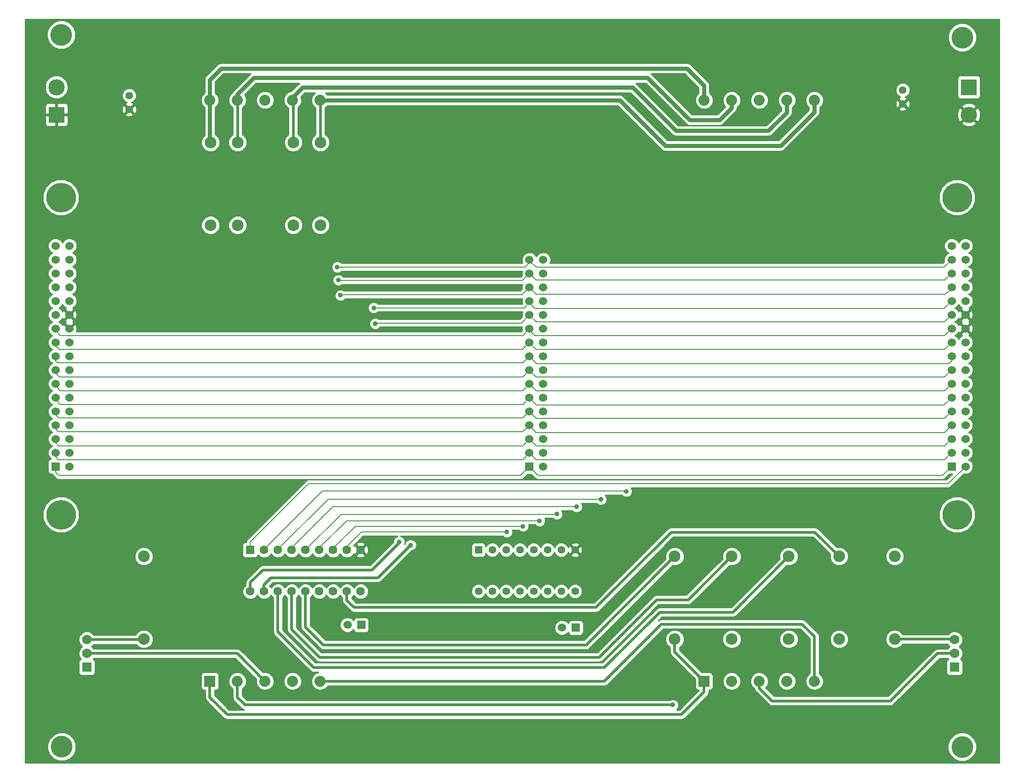
<source format=gbl>
G04 (created by PCBNEW (2013-07-07 BZR 4022)-stable) date 12/17/2014 10:58:18 AM*
%MOIN*%
G04 Gerber Fmt 3.4, Leading zero omitted, Abs format*
%FSLAX34Y34*%
G01*
G70*
G90*
G04 APERTURE LIST*
%ADD10C,0.00590551*%
%ADD11R,0.08X0.08*%
%ADD12C,0.08*%
%ADD13R,0.0629921X0.0629921*%
%ADD14C,0.0629921*%
%ADD15R,0.055X0.055*%
%ADD16C,0.055*%
%ADD17C,0.07*%
%ADD18R,0.07X0.07*%
%ADD19C,0.0843701*%
%ADD20R,0.06X0.06*%
%ADD21C,0.06*%
%ADD22R,0.1181X0.1181*%
%ADD23C,0.1181*%
%ADD24C,0.215*%
%ADD25C,0.15748*%
%ADD26C,0.035*%
%ADD27C,0.008*%
%ADD28C,0.02*%
%ADD29C,0.0283465*%
%ADD30C,0.01*%
G04 APERTURE END LIST*
G54D10*
G54D11*
X40212Y-81444D03*
G54D12*
X42212Y-81444D03*
X44212Y-81444D03*
X46212Y-81444D03*
X46212Y-39318D03*
X44212Y-39318D03*
X42212Y-39318D03*
X40212Y-39318D03*
X48212Y-81444D03*
X48212Y-39318D03*
G54D13*
X43145Y-71925D03*
G54D14*
X44145Y-71925D03*
X45145Y-71925D03*
X46145Y-71925D03*
X47145Y-71925D03*
X48145Y-71925D03*
X49145Y-71925D03*
X50145Y-71925D03*
X51145Y-71925D03*
X51145Y-74925D03*
X50145Y-74925D03*
X49145Y-74925D03*
X48145Y-74925D03*
X47145Y-74925D03*
X46145Y-74925D03*
X45145Y-74925D03*
X44145Y-74925D03*
X43145Y-74925D03*
G54D15*
X59688Y-71925D03*
G54D16*
X60688Y-71925D03*
X61688Y-71925D03*
X62688Y-71925D03*
X63688Y-71925D03*
X64688Y-71925D03*
X65688Y-71925D03*
X66688Y-71925D03*
X66688Y-74925D03*
X65688Y-74925D03*
X64688Y-74925D03*
X63688Y-74925D03*
X62688Y-74925D03*
X61688Y-74925D03*
X60688Y-74925D03*
X59688Y-74925D03*
G54D17*
X31299Y-78429D03*
X31299Y-79429D03*
G54D18*
X31299Y-80429D03*
G54D17*
X94192Y-78429D03*
X94192Y-79429D03*
G54D18*
X94192Y-80429D03*
G54D16*
X90452Y-38574D03*
X90452Y-39574D03*
X34370Y-39980D03*
X34370Y-38980D03*
G54D11*
X76039Y-81444D03*
G54D12*
X78039Y-81444D03*
X80039Y-81444D03*
X82039Y-81444D03*
X82039Y-39318D03*
X80039Y-39318D03*
X78039Y-39318D03*
X76039Y-39318D03*
X84039Y-81444D03*
X84039Y-39318D03*
G54D19*
X35433Y-78393D03*
X35433Y-72393D03*
G54D20*
X66740Y-77559D03*
G54D21*
X65740Y-77559D03*
G54D19*
X40255Y-48374D03*
X40255Y-42374D03*
X89862Y-78393D03*
X89862Y-72393D03*
X85826Y-72393D03*
X85826Y-78393D03*
X42224Y-48374D03*
X42224Y-42374D03*
X73917Y-72393D03*
X73917Y-78393D03*
X78051Y-72393D03*
X78051Y-78393D03*
X82185Y-72393D03*
X82185Y-78393D03*
X48228Y-48374D03*
X48228Y-42374D03*
X46259Y-48374D03*
X46259Y-42374D03*
G54D20*
X51188Y-77362D03*
G54D21*
X50188Y-77362D03*
G54D22*
X95236Y-38370D03*
G54D23*
X95236Y-40370D03*
G54D22*
X29094Y-40370D03*
G54D23*
X29094Y-38370D03*
G54D20*
X29027Y-65874D03*
G54D21*
X30027Y-65874D03*
X29027Y-64874D03*
X30027Y-64874D03*
X29027Y-63874D03*
X30027Y-63874D03*
X29027Y-62874D03*
X30027Y-62874D03*
X29027Y-61874D03*
X30027Y-61874D03*
X29027Y-60874D03*
X30027Y-60874D03*
X29027Y-59874D03*
X30027Y-59874D03*
X29027Y-58874D03*
X30027Y-58874D03*
X29027Y-57874D03*
X30027Y-57874D03*
X29027Y-56874D03*
X30027Y-56874D03*
G54D24*
X29427Y-69374D03*
G54D21*
X29027Y-55874D03*
X30027Y-55874D03*
X29027Y-54874D03*
X30027Y-54874D03*
X29027Y-53874D03*
X30027Y-53874D03*
X29027Y-52874D03*
X30027Y-52874D03*
X29027Y-51874D03*
X30027Y-51874D03*
X29027Y-50874D03*
X30027Y-50874D03*
X29027Y-49874D03*
X30027Y-49874D03*
G54D24*
X29427Y-46374D03*
G54D20*
X93988Y-65874D03*
G54D21*
X94988Y-65874D03*
X93988Y-64874D03*
X94988Y-64874D03*
X93988Y-63874D03*
X94988Y-63874D03*
X93988Y-62874D03*
X94988Y-62874D03*
X93988Y-61874D03*
X94988Y-61874D03*
X93988Y-60874D03*
X94988Y-60874D03*
X93988Y-59874D03*
X94988Y-59874D03*
X93988Y-58874D03*
X94988Y-58874D03*
X93988Y-57874D03*
X94988Y-57874D03*
X93988Y-56874D03*
X94988Y-56874D03*
G54D24*
X94388Y-69374D03*
G54D21*
X93988Y-55874D03*
X94988Y-55874D03*
X93988Y-54874D03*
X94988Y-54874D03*
X93988Y-53874D03*
X94988Y-53874D03*
X93988Y-52874D03*
X94988Y-52874D03*
X93988Y-51874D03*
X94988Y-51874D03*
X93988Y-50874D03*
X94988Y-50874D03*
X93988Y-49874D03*
X94988Y-49874D03*
G54D24*
X94388Y-46374D03*
G54D20*
X63377Y-65897D03*
G54D21*
X64377Y-65897D03*
X63377Y-60897D03*
X64377Y-64897D03*
X63377Y-59897D03*
X64377Y-63897D03*
X63377Y-58897D03*
X64377Y-62897D03*
X63377Y-57897D03*
X64377Y-61897D03*
X63377Y-56897D03*
X64377Y-60897D03*
X63377Y-55897D03*
X64377Y-59897D03*
X63377Y-54897D03*
X64377Y-58897D03*
X63377Y-53897D03*
X64377Y-57897D03*
X63377Y-52897D03*
X64377Y-56897D03*
X63377Y-51897D03*
X64377Y-55897D03*
X63377Y-50897D03*
X64377Y-54897D03*
X64377Y-53897D03*
X64377Y-52897D03*
X64377Y-50897D03*
X63377Y-64897D03*
X63377Y-63897D03*
X63377Y-62897D03*
X63377Y-61897D03*
X64377Y-51897D03*
G54D25*
X29440Y-34570D03*
X29480Y-86196D03*
X94755Y-86204D03*
X94763Y-34771D03*
G54D26*
X70413Y-67677D03*
X68562Y-68267D03*
X66801Y-68799D03*
X52204Y-55511D03*
X52086Y-54370D03*
X49685Y-53464D03*
X49527Y-52362D03*
X49448Y-51417D03*
X65364Y-69330D03*
X64114Y-69812D03*
X62913Y-70206D03*
X61742Y-70629D03*
X73779Y-83169D03*
X53937Y-71338D03*
X54763Y-71574D03*
G54D27*
X43145Y-71925D02*
X43145Y-71362D01*
X93736Y-67125D02*
X94988Y-65874D01*
X47381Y-67125D02*
X93736Y-67125D01*
X43145Y-71362D02*
X47381Y-67125D01*
X44145Y-71925D02*
X44145Y-71897D01*
X70403Y-67667D02*
X70413Y-67677D01*
X48375Y-67667D02*
X70403Y-67667D01*
X44145Y-71897D02*
X48375Y-67667D01*
X45145Y-71925D02*
X45145Y-71891D01*
X68543Y-68248D02*
X68562Y-68267D01*
X48789Y-68248D02*
X68543Y-68248D01*
X45145Y-71891D02*
X48789Y-68248D01*
X46145Y-71925D02*
X46145Y-71777D01*
X66791Y-68789D02*
X66801Y-68799D01*
X49133Y-68789D02*
X66791Y-68789D01*
X46145Y-71777D02*
X49133Y-68789D01*
X63377Y-65897D02*
X63996Y-66515D01*
X93346Y-66515D02*
X93988Y-65874D01*
X63996Y-66515D02*
X93346Y-66515D01*
X29027Y-65874D02*
X29027Y-66291D01*
X62740Y-66535D02*
X63377Y-65897D01*
X29271Y-66535D02*
X62740Y-66535D01*
X29027Y-66291D02*
X29271Y-66535D01*
X63377Y-56897D02*
X63377Y-56921D01*
X93460Y-57401D02*
X93988Y-56874D01*
X63858Y-57401D02*
X93460Y-57401D01*
X63377Y-56921D02*
X63858Y-57401D01*
X29027Y-56874D02*
X29027Y-57137D01*
X62874Y-57401D02*
X63377Y-56897D01*
X29291Y-57401D02*
X62874Y-57401D01*
X29027Y-57137D02*
X29291Y-57401D01*
X63377Y-55897D02*
X63377Y-55976D01*
X93484Y-56377D02*
X93988Y-55874D01*
X63779Y-56377D02*
X93484Y-56377D01*
X63377Y-55976D02*
X63779Y-56377D01*
X29027Y-55874D02*
X29027Y-56035D01*
X62897Y-56377D02*
X63377Y-55897D01*
X29370Y-56377D02*
X62897Y-56377D01*
X29027Y-56035D02*
X29370Y-56377D01*
X62803Y-55472D02*
X63377Y-54897D01*
X52244Y-55472D02*
X62803Y-55472D01*
X52204Y-55511D02*
X52244Y-55472D01*
X63377Y-54897D02*
X63377Y-54913D01*
X93468Y-55393D02*
X93988Y-54874D01*
X63858Y-55393D02*
X93468Y-55393D01*
X63377Y-54913D02*
X63858Y-55393D01*
X63377Y-53984D02*
X63377Y-53897D01*
X52086Y-54370D02*
X55826Y-54370D01*
X55826Y-54370D02*
X60078Y-54370D01*
X60078Y-54370D02*
X61653Y-54370D01*
X61653Y-54370D02*
X62992Y-54370D01*
X62992Y-54370D02*
X63377Y-53984D01*
X63377Y-53897D02*
X63377Y-54007D01*
X93452Y-54409D02*
X93988Y-53874D01*
X63779Y-54409D02*
X93452Y-54409D01*
X63377Y-54007D02*
X63779Y-54409D01*
X63377Y-52897D02*
X63362Y-52897D01*
X49724Y-53425D02*
X49685Y-53464D01*
X62834Y-53425D02*
X49724Y-53425D01*
X63362Y-52897D02*
X62834Y-53425D01*
X93988Y-52874D02*
X93988Y-52940D01*
X63866Y-53385D02*
X63377Y-52897D01*
X93543Y-53385D02*
X63866Y-53385D01*
X93988Y-52940D02*
X93543Y-53385D01*
X62874Y-52401D02*
X63377Y-51897D01*
X49566Y-52401D02*
X62874Y-52401D01*
X49527Y-52362D02*
X49566Y-52401D01*
X63377Y-51897D02*
X63393Y-51897D01*
X93500Y-52362D02*
X93988Y-51874D01*
X63858Y-52362D02*
X93500Y-52362D01*
X63393Y-51897D02*
X63858Y-52362D01*
X63377Y-50897D02*
X63377Y-51110D01*
X63070Y-51417D02*
X49448Y-51417D01*
X63377Y-51110D02*
X63070Y-51417D01*
X63377Y-50897D02*
X63377Y-50937D01*
X93444Y-51417D02*
X93988Y-50874D01*
X63858Y-51417D02*
X93444Y-51417D01*
X63377Y-50937D02*
X63858Y-51417D01*
X63377Y-64897D02*
X63381Y-64897D01*
X93468Y-65393D02*
X93988Y-64874D01*
X63877Y-65393D02*
X93468Y-65393D01*
X63381Y-64897D02*
X63877Y-65393D01*
X29027Y-64874D02*
X29027Y-65149D01*
X62901Y-65374D02*
X63377Y-64897D01*
X29251Y-65374D02*
X62901Y-65374D01*
X29027Y-65149D02*
X29251Y-65374D01*
X63377Y-63897D02*
X63385Y-63897D01*
X93472Y-64389D02*
X93988Y-63874D01*
X63877Y-64389D02*
X93472Y-64389D01*
X63385Y-63897D02*
X63877Y-64389D01*
X29027Y-63874D02*
X29027Y-64165D01*
X62905Y-64370D02*
X63377Y-63897D01*
X29232Y-64370D02*
X62905Y-64370D01*
X29027Y-64165D02*
X29232Y-64370D01*
X63377Y-62897D02*
X63377Y-62905D01*
X93456Y-63405D02*
X93988Y-62874D01*
X63877Y-63405D02*
X93456Y-63405D01*
X63377Y-62905D02*
X63877Y-63405D01*
X29027Y-62874D02*
X29027Y-63161D01*
X62909Y-63366D02*
X63377Y-62897D01*
X29232Y-63366D02*
X62909Y-63366D01*
X29027Y-63161D02*
X29232Y-63366D01*
X63377Y-61897D02*
X63377Y-61901D01*
X93460Y-62401D02*
X93988Y-61874D01*
X63877Y-62401D02*
X93460Y-62401D01*
X63377Y-61901D02*
X63877Y-62401D01*
X29027Y-61874D02*
X29027Y-62118D01*
X62913Y-62362D02*
X63377Y-61897D01*
X29271Y-62362D02*
X62913Y-62362D01*
X29027Y-62118D02*
X29271Y-62362D01*
X63377Y-60897D02*
X63897Y-61417D01*
X93444Y-61417D02*
X93988Y-60874D01*
X63897Y-61417D02*
X93444Y-61417D01*
X29027Y-60874D02*
X29027Y-61035D01*
X62897Y-61377D02*
X63377Y-60897D01*
X29370Y-61377D02*
X62897Y-61377D01*
X29027Y-61035D02*
X29370Y-61377D01*
X63377Y-59897D02*
X63381Y-59897D01*
X93468Y-60393D02*
X93988Y-59874D01*
X63877Y-60393D02*
X93468Y-60393D01*
X63381Y-59897D02*
X63877Y-60393D01*
X29027Y-59874D02*
X29027Y-60031D01*
X62901Y-60374D02*
X63377Y-59897D01*
X29370Y-60374D02*
X62901Y-60374D01*
X29027Y-60031D02*
X29370Y-60374D01*
X63377Y-58897D02*
X63377Y-58909D01*
X93472Y-59389D02*
X93988Y-58874D01*
X63858Y-59389D02*
X93472Y-59389D01*
X63377Y-58909D02*
X63858Y-59389D01*
X29027Y-58874D02*
X29027Y-59106D01*
X62905Y-59370D02*
X63377Y-58897D01*
X29291Y-59370D02*
X62905Y-59370D01*
X29027Y-59106D02*
X29291Y-59370D01*
X29027Y-57874D02*
X29027Y-58220D01*
X62909Y-58366D02*
X63377Y-57897D01*
X29173Y-58366D02*
X62909Y-58366D01*
X29027Y-58220D02*
X29173Y-58366D01*
X93988Y-57874D02*
X93988Y-58216D01*
X63905Y-58425D02*
X63377Y-57897D01*
X93779Y-58425D02*
X63905Y-58425D01*
X93988Y-58216D02*
X93779Y-58425D01*
X47145Y-71925D02*
X47145Y-71919D01*
X65354Y-69340D02*
X65364Y-69330D01*
X49724Y-69340D02*
X65354Y-69340D01*
X47145Y-71919D02*
X49724Y-69340D01*
X48145Y-71925D02*
X48145Y-71795D01*
X50127Y-69812D02*
X64114Y-69812D01*
X48145Y-71795D02*
X50127Y-69812D01*
X49145Y-71925D02*
X49145Y-71818D01*
X50757Y-70206D02*
X62913Y-70206D01*
X49145Y-71818D02*
X50757Y-70206D01*
X50145Y-71925D02*
X50145Y-71675D01*
X51190Y-70629D02*
X61742Y-70629D01*
X50145Y-71675D02*
X51190Y-70629D01*
G54D28*
X46259Y-42374D02*
X46259Y-39366D01*
X46259Y-39366D02*
X46212Y-39318D01*
G54D29*
X46212Y-39318D02*
X46212Y-39122D01*
X82039Y-40204D02*
X82039Y-39318D01*
X80708Y-41535D02*
X82039Y-40204D01*
X74015Y-41535D02*
X80708Y-41535D01*
X70866Y-38385D02*
X74015Y-41535D01*
X46948Y-38385D02*
X70866Y-38385D01*
X46212Y-39122D02*
X46948Y-38385D01*
G54D28*
X48228Y-42374D02*
X48228Y-39334D01*
X48228Y-39334D02*
X48212Y-39318D01*
G54D29*
X48212Y-39318D02*
X69929Y-39318D01*
X84039Y-40173D02*
X84039Y-39318D01*
X81594Y-42618D02*
X84039Y-40173D01*
X73228Y-42618D02*
X81594Y-42618D01*
X69929Y-39318D02*
X73228Y-42618D01*
G54D28*
X42212Y-81444D02*
X42212Y-82625D01*
X42755Y-83169D02*
X73779Y-83169D01*
X42212Y-82625D02*
X42755Y-83169D01*
X73917Y-78393D02*
X73917Y-79322D01*
X73917Y-79322D02*
X76039Y-81444D01*
X40212Y-81444D02*
X40212Y-82614D01*
X76039Y-82228D02*
X76039Y-81444D01*
X74409Y-83858D02*
X76039Y-82228D01*
X41456Y-83858D02*
X74409Y-83858D01*
X40212Y-82614D02*
X41456Y-83858D01*
X42224Y-42374D02*
X42224Y-39330D01*
X42224Y-39330D02*
X42212Y-39318D01*
G54D29*
X42212Y-39318D02*
X42212Y-38889D01*
X78039Y-39874D02*
X78039Y-39318D01*
X77165Y-40748D02*
X78039Y-39874D01*
X75000Y-40748D02*
X77165Y-40748D01*
X71948Y-37696D02*
X75000Y-40748D01*
X43405Y-37696D02*
X71948Y-37696D01*
X42212Y-38889D02*
X43405Y-37696D01*
X40212Y-39318D02*
X40212Y-37838D01*
X76039Y-38244D02*
X76039Y-39318D01*
X74803Y-37007D02*
X76039Y-38244D01*
X41043Y-37007D02*
X74803Y-37007D01*
X40212Y-37838D02*
X41043Y-37007D01*
X40212Y-39318D02*
X40212Y-42330D01*
X40212Y-42330D02*
X40255Y-42374D01*
G54D28*
X84039Y-81444D02*
X84039Y-78192D01*
X68811Y-81444D02*
X48212Y-81444D01*
X72952Y-77303D02*
X68811Y-81444D01*
X83149Y-77303D02*
X72952Y-77303D01*
X84039Y-78192D02*
X83149Y-77303D01*
X89862Y-78393D02*
X94157Y-78393D01*
X94157Y-78393D02*
X94192Y-78429D01*
X31299Y-79429D02*
X42196Y-79429D01*
X42196Y-79429D02*
X44212Y-81444D01*
X31299Y-78429D02*
X35397Y-78429D01*
X35397Y-78429D02*
X35433Y-78393D01*
X80039Y-81444D02*
X80039Y-81938D01*
X92982Y-79429D02*
X94192Y-79429D01*
X89527Y-82883D02*
X92982Y-79429D01*
X80984Y-82883D02*
X89527Y-82883D01*
X80039Y-81938D02*
X80984Y-82883D01*
X50145Y-74925D02*
X50145Y-75578D01*
X84082Y-70649D02*
X85826Y-72393D01*
X73661Y-70649D02*
X84082Y-70649D01*
X68208Y-76102D02*
X73661Y-70649D01*
X50669Y-76102D02*
X68208Y-76102D01*
X50145Y-75578D02*
X50669Y-76102D01*
X47145Y-74925D02*
X47145Y-77519D01*
X67492Y-78818D02*
X73917Y-72393D01*
X48444Y-78818D02*
X67492Y-78818D01*
X47145Y-77519D02*
X48444Y-78818D01*
X43145Y-74925D02*
X43145Y-74295D01*
X53937Y-71417D02*
X53937Y-71338D01*
X51968Y-73385D02*
X53937Y-71417D01*
X44055Y-73385D02*
X51968Y-73385D01*
X43145Y-74295D02*
X44055Y-73385D01*
X44145Y-74925D02*
X44145Y-74437D01*
X52401Y-73937D02*
X54763Y-71574D01*
X44645Y-73937D02*
X52401Y-73937D01*
X44145Y-74437D02*
X44645Y-73937D01*
X45145Y-74925D02*
X45145Y-77862D01*
X78141Y-76437D02*
X82185Y-72393D01*
X72834Y-76437D02*
X78141Y-76437D01*
X68818Y-80452D02*
X72834Y-76437D01*
X47736Y-80452D02*
X68818Y-80452D01*
X45145Y-77862D02*
X47736Y-80452D01*
X46145Y-74925D02*
X46145Y-77681D01*
X74893Y-75551D02*
X78051Y-72393D01*
X72598Y-75551D02*
X74893Y-75551D01*
X68444Y-79704D02*
X72598Y-75551D01*
X48169Y-79704D02*
X68444Y-79704D01*
X46145Y-77681D02*
X48169Y-79704D01*
G54D10*
G36*
X97423Y-87352D02*
X96079Y-87352D01*
X96079Y-40521D01*
X96076Y-40364D01*
X96076Y-38911D01*
X96076Y-37730D01*
X96038Y-37638D01*
X95968Y-37567D01*
X95876Y-37529D01*
X95801Y-37529D01*
X95801Y-34566D01*
X95643Y-34184D01*
X95352Y-33892D01*
X94971Y-33734D01*
X94558Y-33734D01*
X94176Y-33891D01*
X93884Y-34183D01*
X93726Y-34564D01*
X93726Y-34977D01*
X93883Y-35358D01*
X94175Y-35650D01*
X94556Y-35808D01*
X94969Y-35809D01*
X95350Y-35651D01*
X95642Y-35360D01*
X95801Y-34978D01*
X95801Y-34566D01*
X95801Y-37529D01*
X95777Y-37529D01*
X94596Y-37529D01*
X94504Y-37567D01*
X94433Y-37637D01*
X94395Y-37729D01*
X94395Y-37829D01*
X94395Y-39010D01*
X94433Y-39102D01*
X94503Y-39172D01*
X94595Y-39210D01*
X94695Y-39210D01*
X95876Y-39210D01*
X95968Y-39172D01*
X96038Y-39102D01*
X96076Y-39010D01*
X96076Y-38911D01*
X96076Y-40364D01*
X96073Y-40186D01*
X95957Y-39907D01*
X95832Y-39844D01*
X95761Y-39915D01*
X95761Y-39774D01*
X95698Y-39648D01*
X95387Y-39526D01*
X95053Y-39532D01*
X94773Y-39648D01*
X94710Y-39774D01*
X95236Y-40299D01*
X95761Y-39774D01*
X95761Y-39915D01*
X95306Y-40370D01*
X95832Y-40895D01*
X95957Y-40832D01*
X96079Y-40521D01*
X96079Y-87352D01*
X95793Y-87352D01*
X95793Y-85999D01*
X95761Y-85921D01*
X95761Y-40966D01*
X95236Y-40440D01*
X95165Y-40511D01*
X95165Y-40370D01*
X94640Y-39844D01*
X94514Y-39907D01*
X94392Y-40218D01*
X94399Y-40553D01*
X94514Y-40832D01*
X94640Y-40895D01*
X95165Y-40370D01*
X95165Y-40511D01*
X94710Y-40966D01*
X94773Y-41091D01*
X95085Y-41213D01*
X95419Y-41207D01*
X95698Y-41091D01*
X95761Y-40966D01*
X95761Y-85921D01*
X95713Y-85805D01*
X95713Y-69111D01*
X95713Y-46111D01*
X95512Y-45624D01*
X95139Y-45251D01*
X94652Y-45049D01*
X94125Y-45048D01*
X93638Y-45250D01*
X93265Y-45622D01*
X93063Y-46109D01*
X93062Y-46636D01*
X93264Y-47123D01*
X93636Y-47496D01*
X94123Y-47698D01*
X94650Y-47699D01*
X95137Y-47497D01*
X95510Y-47125D01*
X95712Y-46638D01*
X95713Y-46111D01*
X95713Y-69111D01*
X95542Y-68699D01*
X95542Y-55955D01*
X95542Y-54955D01*
X95532Y-54737D01*
X95469Y-54586D01*
X95374Y-54558D01*
X95058Y-54874D01*
X95374Y-55189D01*
X95469Y-55161D01*
X95542Y-54955D01*
X95542Y-55955D01*
X95532Y-55737D01*
X95469Y-55586D01*
X95374Y-55558D01*
X95303Y-55629D01*
X95303Y-55488D01*
X95276Y-55392D01*
X95227Y-55375D01*
X95276Y-55355D01*
X95303Y-55259D01*
X94988Y-54944D01*
X94672Y-55259D01*
X94700Y-55355D01*
X94748Y-55372D01*
X94700Y-55392D01*
X94672Y-55488D01*
X94988Y-55803D01*
X95303Y-55488D01*
X95303Y-55629D01*
X95058Y-55874D01*
X95374Y-56189D01*
X95469Y-56161D01*
X95542Y-55955D01*
X95542Y-68699D01*
X95538Y-68687D01*
X95538Y-65765D01*
X95454Y-65562D01*
X95300Y-65408D01*
X95218Y-65374D01*
X95299Y-65340D01*
X95454Y-65185D01*
X95538Y-64983D01*
X95538Y-64765D01*
X95454Y-64562D01*
X95300Y-64408D01*
X95218Y-64374D01*
X95299Y-64340D01*
X95454Y-64185D01*
X95538Y-63983D01*
X95538Y-63765D01*
X95454Y-63562D01*
X95300Y-63408D01*
X95218Y-63374D01*
X95299Y-63340D01*
X95454Y-63185D01*
X95538Y-62983D01*
X95538Y-62765D01*
X95454Y-62562D01*
X95300Y-62408D01*
X95218Y-62374D01*
X95299Y-62340D01*
X95454Y-62185D01*
X95538Y-61983D01*
X95538Y-61765D01*
X95454Y-61562D01*
X95300Y-61408D01*
X95218Y-61374D01*
X95299Y-61340D01*
X95454Y-61185D01*
X95538Y-60983D01*
X95538Y-60765D01*
X95454Y-60562D01*
X95300Y-60408D01*
X95218Y-60374D01*
X95299Y-60340D01*
X95454Y-60185D01*
X95538Y-59983D01*
X95538Y-59765D01*
X95454Y-59562D01*
X95300Y-59408D01*
X95218Y-59374D01*
X95299Y-59340D01*
X95454Y-59185D01*
X95538Y-58983D01*
X95538Y-58765D01*
X95454Y-58562D01*
X95300Y-58408D01*
X95218Y-58374D01*
X95299Y-58340D01*
X95454Y-58185D01*
X95538Y-57983D01*
X95538Y-57765D01*
X95454Y-57562D01*
X95300Y-57408D01*
X95218Y-57374D01*
X95299Y-57340D01*
X95454Y-57185D01*
X95538Y-56983D01*
X95538Y-56765D01*
X95454Y-56562D01*
X95300Y-56408D01*
X95224Y-56376D01*
X95276Y-56355D01*
X95303Y-56259D01*
X94988Y-55944D01*
X94672Y-56259D01*
X94700Y-56355D01*
X94755Y-56375D01*
X94677Y-56407D01*
X94522Y-56562D01*
X94488Y-56643D01*
X94454Y-56562D01*
X94300Y-56408D01*
X94218Y-56374D01*
X94299Y-56340D01*
X94454Y-56185D01*
X94485Y-56110D01*
X94506Y-56161D01*
X94602Y-56189D01*
X94917Y-55874D01*
X94602Y-55558D01*
X94506Y-55586D01*
X94487Y-55641D01*
X94454Y-55562D01*
X94300Y-55408D01*
X94218Y-55374D01*
X94299Y-55340D01*
X94454Y-55185D01*
X94485Y-55110D01*
X94506Y-55161D01*
X94602Y-55189D01*
X94917Y-54874D01*
X94602Y-54558D01*
X94506Y-54586D01*
X94487Y-54641D01*
X94454Y-54562D01*
X94300Y-54408D01*
X94218Y-54374D01*
X94299Y-54340D01*
X94454Y-54185D01*
X94488Y-54104D01*
X94521Y-54185D01*
X94676Y-54340D01*
X94751Y-54371D01*
X94700Y-54392D01*
X94672Y-54488D01*
X94988Y-54803D01*
X95303Y-54488D01*
X95276Y-54392D01*
X95220Y-54373D01*
X95299Y-54340D01*
X95454Y-54185D01*
X95538Y-53983D01*
X95538Y-53765D01*
X95454Y-53562D01*
X95300Y-53408D01*
X95218Y-53374D01*
X95299Y-53340D01*
X95454Y-53185D01*
X95538Y-52983D01*
X95538Y-52765D01*
X95454Y-52562D01*
X95300Y-52408D01*
X95218Y-52374D01*
X95299Y-52340D01*
X95454Y-52185D01*
X95538Y-51983D01*
X95538Y-51765D01*
X95454Y-51562D01*
X95300Y-51408D01*
X95218Y-51374D01*
X95299Y-51340D01*
X95454Y-51185D01*
X95538Y-50983D01*
X95538Y-50765D01*
X95454Y-50562D01*
X95300Y-50408D01*
X95218Y-50374D01*
X95299Y-50340D01*
X95454Y-50185D01*
X95538Y-49983D01*
X95538Y-49765D01*
X95454Y-49562D01*
X95300Y-49408D01*
X95098Y-49324D01*
X94879Y-49323D01*
X94677Y-49407D01*
X94522Y-49562D01*
X94488Y-49643D01*
X94454Y-49562D01*
X94300Y-49408D01*
X94098Y-49324D01*
X93879Y-49323D01*
X93677Y-49407D01*
X93522Y-49562D01*
X93438Y-49764D01*
X93438Y-49982D01*
X93521Y-50185D01*
X93676Y-50340D01*
X93758Y-50373D01*
X93677Y-50407D01*
X93522Y-50562D01*
X93438Y-50764D01*
X93438Y-50982D01*
X93447Y-51004D01*
X93324Y-51127D01*
X90982Y-51127D01*
X90982Y-39650D01*
X90977Y-39562D01*
X90977Y-38470D01*
X90898Y-38277D01*
X90750Y-38129D01*
X90557Y-38049D01*
X90348Y-38049D01*
X90155Y-38129D01*
X90007Y-38277D01*
X89927Y-38469D01*
X89927Y-38678D01*
X90007Y-38871D01*
X90154Y-39019D01*
X90281Y-39072D01*
X90179Y-39114D01*
X90155Y-39207D01*
X90452Y-39504D01*
X90749Y-39207D01*
X90725Y-39114D01*
X90615Y-39075D01*
X90749Y-39020D01*
X90897Y-38872D01*
X90977Y-38679D01*
X90977Y-38470D01*
X90977Y-39562D01*
X90971Y-39442D01*
X90913Y-39301D01*
X90820Y-39277D01*
X90523Y-39574D01*
X90820Y-39871D01*
X90913Y-39847D01*
X90982Y-39650D01*
X90982Y-51127D01*
X90749Y-51127D01*
X90749Y-39942D01*
X90452Y-39645D01*
X90382Y-39716D01*
X90382Y-39574D01*
X90084Y-39277D01*
X89992Y-39301D01*
X89922Y-39499D01*
X89934Y-39707D01*
X89992Y-39847D01*
X90084Y-39871D01*
X90382Y-39574D01*
X90382Y-39716D01*
X90155Y-39942D01*
X90179Y-40035D01*
X90376Y-40104D01*
X90585Y-40093D01*
X90725Y-40035D01*
X90749Y-39942D01*
X90749Y-51127D01*
X84689Y-51127D01*
X84689Y-39190D01*
X84590Y-38951D01*
X84408Y-38768D01*
X84169Y-38669D01*
X83910Y-38668D01*
X83671Y-38767D01*
X83488Y-38950D01*
X83389Y-39189D01*
X83389Y-39447D01*
X83488Y-39686D01*
X83647Y-39846D01*
X83647Y-40010D01*
X81432Y-42226D01*
X73390Y-42226D01*
X70206Y-39041D01*
X70079Y-38956D01*
X69929Y-38927D01*
X48739Y-38927D01*
X48590Y-38777D01*
X70703Y-38777D01*
X73738Y-41812D01*
X73738Y-41812D01*
X73865Y-41897D01*
X74015Y-41927D01*
X80708Y-41927D01*
X80858Y-41897D01*
X80985Y-41812D01*
X82316Y-40481D01*
X82316Y-40481D01*
X82373Y-40396D01*
X82401Y-40354D01*
X82401Y-40354D01*
X82431Y-40204D01*
X82431Y-40204D01*
X82431Y-39846D01*
X82590Y-39687D01*
X82689Y-39448D01*
X82689Y-39190D01*
X82590Y-38951D01*
X82408Y-38768D01*
X82169Y-38669D01*
X81910Y-38668D01*
X81671Y-38767D01*
X81488Y-38950D01*
X81389Y-39189D01*
X81389Y-39447D01*
X81488Y-39686D01*
X81647Y-39846D01*
X81647Y-40042D01*
X80689Y-41000D01*
X80689Y-39190D01*
X80590Y-38951D01*
X80408Y-38768D01*
X80169Y-38669D01*
X79910Y-38668D01*
X79671Y-38767D01*
X79488Y-38950D01*
X79389Y-39189D01*
X79389Y-39447D01*
X79488Y-39686D01*
X79670Y-39869D01*
X79909Y-39968D01*
X80168Y-39969D01*
X80407Y-39870D01*
X80590Y-39687D01*
X80689Y-39448D01*
X80689Y-39190D01*
X80689Y-41000D01*
X80546Y-41143D01*
X74178Y-41143D01*
X71143Y-38108D01*
X71112Y-38088D01*
X71786Y-38088D01*
X74723Y-41025D01*
X74850Y-41109D01*
X75000Y-41139D01*
X77165Y-41139D01*
X77315Y-41109D01*
X77442Y-41025D01*
X78316Y-40151D01*
X78401Y-40023D01*
X78431Y-39874D01*
X78431Y-39846D01*
X78590Y-39687D01*
X78689Y-39448D01*
X78689Y-39190D01*
X78590Y-38951D01*
X78408Y-38768D01*
X78169Y-38669D01*
X77910Y-38668D01*
X77671Y-38767D01*
X77488Y-38950D01*
X77389Y-39189D01*
X77389Y-39447D01*
X77488Y-39686D01*
X77580Y-39779D01*
X77003Y-40356D01*
X75162Y-40356D01*
X72225Y-37419D01*
X72195Y-37399D01*
X74640Y-37399D01*
X75647Y-38406D01*
X75647Y-38791D01*
X75488Y-38950D01*
X75389Y-39189D01*
X75389Y-39447D01*
X75488Y-39686D01*
X75670Y-39869D01*
X75909Y-39968D01*
X76168Y-39969D01*
X76407Y-39870D01*
X76590Y-39687D01*
X76689Y-39448D01*
X76689Y-39190D01*
X76590Y-38951D01*
X76431Y-38791D01*
X76431Y-38244D01*
X76401Y-38094D01*
X76316Y-37967D01*
X76316Y-37967D01*
X75080Y-36730D01*
X74953Y-36645D01*
X74803Y-36616D01*
X41043Y-36616D01*
X40893Y-36645D01*
X40766Y-36730D01*
X39935Y-37561D01*
X39850Y-37688D01*
X39820Y-37838D01*
X39820Y-38791D01*
X39661Y-38950D01*
X39562Y-39189D01*
X39562Y-39447D01*
X39661Y-39686D01*
X39820Y-39846D01*
X39820Y-41858D01*
X39686Y-41992D01*
X39584Y-42239D01*
X39583Y-42507D01*
X39686Y-42754D01*
X39874Y-42943D01*
X40121Y-43045D01*
X40388Y-43045D01*
X40635Y-42943D01*
X40825Y-42755D01*
X40927Y-42508D01*
X40927Y-42240D01*
X40825Y-41993D01*
X40636Y-41804D01*
X40604Y-41791D01*
X40604Y-39846D01*
X40763Y-39687D01*
X40862Y-39448D01*
X40862Y-39190D01*
X40763Y-38951D01*
X40604Y-38791D01*
X40604Y-38000D01*
X41205Y-37399D01*
X43158Y-37399D01*
X43128Y-37419D01*
X41935Y-38612D01*
X41850Y-38739D01*
X41845Y-38767D01*
X41844Y-38767D01*
X41661Y-38950D01*
X41562Y-39189D01*
X41562Y-39447D01*
X41661Y-39686D01*
X41843Y-39869D01*
X41874Y-39882D01*
X41874Y-41791D01*
X41844Y-41804D01*
X41655Y-41992D01*
X41552Y-42239D01*
X41552Y-42507D01*
X41654Y-42754D01*
X41843Y-42943D01*
X42090Y-43045D01*
X42357Y-43045D01*
X42604Y-42943D01*
X42793Y-42755D01*
X42896Y-42508D01*
X42896Y-42240D01*
X42794Y-41993D01*
X42605Y-41804D01*
X42574Y-41791D01*
X42574Y-39872D01*
X42580Y-39870D01*
X42763Y-39687D01*
X42862Y-39448D01*
X42862Y-39190D01*
X42763Y-38951D01*
X42734Y-38921D01*
X43567Y-38088D01*
X46702Y-38088D01*
X46671Y-38108D01*
X46111Y-38668D01*
X46083Y-38668D01*
X45844Y-38767D01*
X45661Y-38950D01*
X45562Y-39189D01*
X45562Y-39447D01*
X45661Y-39686D01*
X45843Y-39869D01*
X45909Y-39896D01*
X45909Y-41791D01*
X45879Y-41804D01*
X45690Y-41992D01*
X45588Y-42239D01*
X45587Y-42507D01*
X45689Y-42754D01*
X45878Y-42943D01*
X46125Y-43045D01*
X46392Y-43045D01*
X46639Y-42943D01*
X46829Y-42755D01*
X46931Y-42508D01*
X46931Y-42240D01*
X46829Y-41993D01*
X46640Y-41804D01*
X46609Y-41791D01*
X46609Y-39840D01*
X46763Y-39687D01*
X46862Y-39448D01*
X46862Y-39190D01*
X46814Y-39073D01*
X47111Y-38777D01*
X47834Y-38777D01*
X47661Y-38950D01*
X47562Y-39189D01*
X47562Y-39447D01*
X47661Y-39686D01*
X47843Y-39869D01*
X47878Y-39883D01*
X47878Y-41791D01*
X47848Y-41804D01*
X47659Y-41992D01*
X47556Y-42239D01*
X47556Y-42507D01*
X47658Y-42754D01*
X47847Y-42943D01*
X48094Y-43045D01*
X48361Y-43045D01*
X48608Y-42943D01*
X48797Y-42755D01*
X48900Y-42508D01*
X48900Y-42240D01*
X48798Y-41993D01*
X48609Y-41804D01*
X48578Y-41791D01*
X48578Y-39871D01*
X48580Y-39870D01*
X48740Y-39710D01*
X69766Y-39710D01*
X72951Y-42895D01*
X72951Y-42895D01*
X73078Y-42980D01*
X73228Y-43009D01*
X81594Y-43009D01*
X81744Y-42980D01*
X81871Y-42895D01*
X84316Y-40450D01*
X84401Y-40323D01*
X84431Y-40173D01*
X84431Y-40173D01*
X84431Y-39846D01*
X84590Y-39687D01*
X84689Y-39448D01*
X84689Y-39190D01*
X84689Y-51127D01*
X64878Y-51127D01*
X64927Y-51007D01*
X64928Y-50788D01*
X64844Y-50586D01*
X64689Y-50431D01*
X64487Y-50347D01*
X64269Y-50347D01*
X64066Y-50431D01*
X63911Y-50585D01*
X63877Y-50667D01*
X63844Y-50586D01*
X63689Y-50431D01*
X63487Y-50347D01*
X63269Y-50347D01*
X63066Y-50431D01*
X62911Y-50585D01*
X62828Y-50787D01*
X62827Y-51006D01*
X62877Y-51127D01*
X49759Y-51127D01*
X49689Y-51057D01*
X49533Y-50992D01*
X49364Y-50992D01*
X49208Y-51056D01*
X49088Y-51176D01*
X49023Y-51332D01*
X49023Y-51501D01*
X49088Y-51657D01*
X49207Y-51777D01*
X49363Y-51842D01*
X49532Y-51842D01*
X49689Y-51777D01*
X49759Y-51707D01*
X62861Y-51707D01*
X62828Y-51787D01*
X62827Y-52006D01*
X62836Y-52028D01*
X62753Y-52111D01*
X49877Y-52111D01*
X49768Y-52002D01*
X49612Y-51937D01*
X49443Y-51937D01*
X49287Y-52001D01*
X49167Y-52121D01*
X49102Y-52277D01*
X49102Y-52446D01*
X49167Y-52602D01*
X49286Y-52722D01*
X49442Y-52787D01*
X49611Y-52787D01*
X49767Y-52722D01*
X49799Y-52691D01*
X62867Y-52691D01*
X62828Y-52787D01*
X62827Y-53006D01*
X62832Y-53017D01*
X62714Y-53135D01*
X49956Y-53135D01*
X49926Y-53104D01*
X49769Y-53039D01*
X49600Y-53039D01*
X49444Y-53104D01*
X49324Y-53223D01*
X49260Y-53379D01*
X49259Y-53548D01*
X49324Y-53704D01*
X49443Y-53824D01*
X49600Y-53889D01*
X49769Y-53889D01*
X49925Y-53825D01*
X50035Y-53715D01*
X62834Y-53715D01*
X62860Y-53710D01*
X62828Y-53787D01*
X62827Y-54006D01*
X62858Y-54080D01*
X61653Y-54080D01*
X60078Y-54080D01*
X55826Y-54080D01*
X52397Y-54080D01*
X52327Y-54009D01*
X52171Y-53945D01*
X52002Y-53945D01*
X51846Y-54009D01*
X51726Y-54129D01*
X51661Y-54285D01*
X51661Y-54454D01*
X51726Y-54610D01*
X51845Y-54730D01*
X52001Y-54795D01*
X52170Y-54795D01*
X52327Y-54730D01*
X52397Y-54660D01*
X55826Y-54660D01*
X60078Y-54660D01*
X61653Y-54660D01*
X62881Y-54660D01*
X62828Y-54787D01*
X62827Y-55006D01*
X62836Y-55028D01*
X62683Y-55182D01*
X52476Y-55182D01*
X52445Y-55151D01*
X52289Y-55086D01*
X52120Y-55086D01*
X51964Y-55151D01*
X51844Y-55270D01*
X51779Y-55426D01*
X51779Y-55595D01*
X51844Y-55752D01*
X51963Y-55871D01*
X52119Y-55936D01*
X52288Y-55936D01*
X52445Y-55872D01*
X52555Y-55762D01*
X62803Y-55762D01*
X62841Y-55754D01*
X62828Y-55787D01*
X62827Y-56006D01*
X62836Y-56028D01*
X62777Y-56087D01*
X48900Y-56087D01*
X48900Y-48240D01*
X48798Y-47993D01*
X48609Y-47804D01*
X48362Y-47702D01*
X48095Y-47702D01*
X47848Y-47804D01*
X47659Y-47992D01*
X47556Y-48239D01*
X47556Y-48507D01*
X47658Y-48754D01*
X47847Y-48943D01*
X48094Y-49045D01*
X48361Y-49045D01*
X48608Y-48943D01*
X48797Y-48755D01*
X48900Y-48508D01*
X48900Y-48240D01*
X48900Y-56087D01*
X46931Y-56087D01*
X46931Y-48240D01*
X46829Y-47993D01*
X46640Y-47804D01*
X46394Y-47702D01*
X46126Y-47702D01*
X45879Y-47804D01*
X45690Y-47992D01*
X45588Y-48239D01*
X45587Y-48507D01*
X45689Y-48754D01*
X45878Y-48943D01*
X46125Y-49045D01*
X46392Y-49045D01*
X46639Y-48943D01*
X46829Y-48755D01*
X46931Y-48508D01*
X46931Y-48240D01*
X46931Y-56087D01*
X44862Y-56087D01*
X44862Y-39190D01*
X44763Y-38951D01*
X44581Y-38768D01*
X44342Y-38669D01*
X44083Y-38668D01*
X43844Y-38767D01*
X43661Y-38950D01*
X43562Y-39189D01*
X43562Y-39447D01*
X43661Y-39686D01*
X43843Y-39869D01*
X44082Y-39968D01*
X44341Y-39969D01*
X44580Y-39870D01*
X44763Y-39687D01*
X44862Y-39448D01*
X44862Y-39190D01*
X44862Y-56087D01*
X42896Y-56087D01*
X42896Y-48240D01*
X42794Y-47993D01*
X42605Y-47804D01*
X42358Y-47702D01*
X42091Y-47702D01*
X41844Y-47804D01*
X41655Y-47992D01*
X41552Y-48239D01*
X41552Y-48507D01*
X41654Y-48754D01*
X41843Y-48943D01*
X42090Y-49045D01*
X42357Y-49045D01*
X42604Y-48943D01*
X42793Y-48755D01*
X42896Y-48508D01*
X42896Y-48240D01*
X42896Y-56087D01*
X40927Y-56087D01*
X40927Y-48240D01*
X40825Y-47993D01*
X40636Y-47804D01*
X40390Y-47702D01*
X40122Y-47702D01*
X39875Y-47804D01*
X39686Y-47992D01*
X39584Y-48239D01*
X39583Y-48507D01*
X39686Y-48754D01*
X39874Y-48943D01*
X40121Y-49045D01*
X40388Y-49045D01*
X40635Y-48943D01*
X40825Y-48755D01*
X40927Y-48508D01*
X40927Y-48240D01*
X40927Y-56087D01*
X34899Y-56087D01*
X34899Y-40056D01*
X34895Y-39967D01*
X34895Y-38876D01*
X34815Y-38683D01*
X34667Y-38535D01*
X34474Y-38455D01*
X34266Y-38455D01*
X34073Y-38534D01*
X33925Y-38682D01*
X33845Y-38875D01*
X33844Y-39084D01*
X33924Y-39277D01*
X34072Y-39425D01*
X34198Y-39477D01*
X34097Y-39519D01*
X34073Y-39612D01*
X34370Y-39909D01*
X34667Y-39612D01*
X34642Y-39519D01*
X34532Y-39481D01*
X34667Y-39425D01*
X34814Y-39278D01*
X34894Y-39085D01*
X34895Y-38876D01*
X34895Y-39967D01*
X34888Y-39847D01*
X34830Y-39707D01*
X34737Y-39683D01*
X34440Y-39980D01*
X34737Y-40277D01*
X34830Y-40253D01*
X34899Y-40056D01*
X34899Y-56087D01*
X34667Y-56087D01*
X34667Y-40348D01*
X34370Y-40051D01*
X34299Y-40121D01*
X34299Y-39980D01*
X34002Y-39683D01*
X33909Y-39707D01*
X33840Y-39904D01*
X33851Y-40113D01*
X33909Y-40253D01*
X34002Y-40277D01*
X34299Y-39980D01*
X34299Y-40121D01*
X34073Y-40348D01*
X34097Y-40440D01*
X34294Y-40510D01*
X34502Y-40498D01*
X34642Y-40440D01*
X34667Y-40348D01*
X34667Y-56087D01*
X30752Y-56087D01*
X30752Y-46111D01*
X30551Y-45624D01*
X30478Y-45551D01*
X30478Y-34365D01*
X30320Y-33983D01*
X30029Y-33691D01*
X29648Y-33533D01*
X29235Y-33533D01*
X28854Y-33690D01*
X28561Y-33982D01*
X28403Y-34363D01*
X28403Y-34776D01*
X28560Y-35157D01*
X28852Y-35449D01*
X29233Y-35608D01*
X29646Y-35608D01*
X30027Y-35450D01*
X30319Y-35159D01*
X30478Y-34778D01*
X30478Y-34365D01*
X30478Y-45551D01*
X30179Y-45251D01*
X29935Y-45150D01*
X29935Y-38203D01*
X29807Y-37894D01*
X29571Y-37657D01*
X29262Y-37529D01*
X28928Y-37529D01*
X28619Y-37657D01*
X28382Y-37893D01*
X28254Y-38202D01*
X28253Y-38536D01*
X28381Y-38845D01*
X28617Y-39082D01*
X28926Y-39210D01*
X29260Y-39210D01*
X29569Y-39083D01*
X29806Y-38846D01*
X29934Y-38537D01*
X29935Y-38203D01*
X29935Y-45150D01*
X29935Y-45150D01*
X29935Y-41010D01*
X29935Y-39730D01*
X29897Y-39638D01*
X29826Y-39567D01*
X29734Y-39529D01*
X29635Y-39529D01*
X29206Y-39529D01*
X29144Y-39592D01*
X29144Y-40320D01*
X29872Y-40320D01*
X29934Y-40257D01*
X29935Y-39730D01*
X29935Y-41010D01*
X29934Y-40482D01*
X29872Y-40420D01*
X29144Y-40420D01*
X29144Y-41148D01*
X29206Y-41210D01*
X29635Y-41210D01*
X29734Y-41210D01*
X29826Y-41172D01*
X29897Y-41102D01*
X29935Y-41010D01*
X29935Y-45150D01*
X29692Y-45049D01*
X29165Y-45048D01*
X29044Y-45098D01*
X29044Y-41148D01*
X29044Y-40420D01*
X29044Y-40320D01*
X29044Y-39592D01*
X28981Y-39529D01*
X28553Y-39529D01*
X28454Y-39529D01*
X28362Y-39567D01*
X28291Y-39638D01*
X28253Y-39730D01*
X28253Y-40257D01*
X28316Y-40320D01*
X29044Y-40320D01*
X29044Y-40420D01*
X28316Y-40420D01*
X28253Y-40482D01*
X28253Y-41010D01*
X28291Y-41102D01*
X28362Y-41172D01*
X28454Y-41210D01*
X28553Y-41210D01*
X28981Y-41210D01*
X29044Y-41148D01*
X29044Y-45098D01*
X28677Y-45250D01*
X28304Y-45622D01*
X28102Y-46109D01*
X28102Y-46636D01*
X28303Y-47123D01*
X28676Y-47496D01*
X29162Y-47698D01*
X29689Y-47699D01*
X30177Y-47497D01*
X30550Y-47125D01*
X30752Y-46638D01*
X30752Y-46111D01*
X30752Y-56087D01*
X30535Y-56087D01*
X30582Y-55955D01*
X30582Y-54955D01*
X30571Y-54737D01*
X30508Y-54586D01*
X30413Y-54558D01*
X30098Y-54874D01*
X30413Y-55189D01*
X30508Y-55161D01*
X30582Y-54955D01*
X30582Y-55955D01*
X30571Y-55737D01*
X30508Y-55586D01*
X30413Y-55558D01*
X30342Y-55629D01*
X30342Y-55488D01*
X30315Y-55392D01*
X30266Y-55375D01*
X30315Y-55355D01*
X30342Y-55259D01*
X30027Y-54944D01*
X29712Y-55259D01*
X29739Y-55355D01*
X29788Y-55372D01*
X29739Y-55392D01*
X29712Y-55488D01*
X30027Y-55803D01*
X30342Y-55488D01*
X30342Y-55629D01*
X30098Y-55874D01*
X30103Y-55879D01*
X30033Y-55950D01*
X30027Y-55944D01*
X30021Y-55950D01*
X29951Y-55879D01*
X29956Y-55874D01*
X29641Y-55558D01*
X29546Y-55586D01*
X29526Y-55641D01*
X29494Y-55562D01*
X29339Y-55408D01*
X29257Y-55374D01*
X29338Y-55340D01*
X29493Y-55185D01*
X29524Y-55110D01*
X29546Y-55161D01*
X29641Y-55189D01*
X29956Y-54874D01*
X29641Y-54558D01*
X29546Y-54586D01*
X29526Y-54641D01*
X29494Y-54562D01*
X29339Y-54408D01*
X29257Y-54374D01*
X29338Y-54340D01*
X29493Y-54185D01*
X29527Y-54104D01*
X29561Y-54185D01*
X29715Y-54340D01*
X29791Y-54371D01*
X29739Y-54392D01*
X29712Y-54488D01*
X30027Y-54803D01*
X30342Y-54488D01*
X30315Y-54392D01*
X30260Y-54373D01*
X30338Y-54340D01*
X30493Y-54185D01*
X30577Y-53983D01*
X30577Y-53765D01*
X30494Y-53562D01*
X30339Y-53408D01*
X30257Y-53374D01*
X30338Y-53340D01*
X30493Y-53185D01*
X30577Y-52983D01*
X30577Y-52765D01*
X30494Y-52562D01*
X30339Y-52408D01*
X30257Y-52374D01*
X30338Y-52340D01*
X30493Y-52185D01*
X30577Y-51983D01*
X30577Y-51765D01*
X30494Y-51562D01*
X30339Y-51408D01*
X30257Y-51374D01*
X30338Y-51340D01*
X30493Y-51185D01*
X30577Y-50983D01*
X30577Y-50765D01*
X30494Y-50562D01*
X30339Y-50408D01*
X30257Y-50374D01*
X30338Y-50340D01*
X30493Y-50185D01*
X30577Y-49983D01*
X30577Y-49765D01*
X30494Y-49562D01*
X30339Y-49408D01*
X30137Y-49324D01*
X29918Y-49323D01*
X29716Y-49407D01*
X29561Y-49562D01*
X29527Y-49643D01*
X29494Y-49562D01*
X29339Y-49408D01*
X29137Y-49324D01*
X28918Y-49323D01*
X28716Y-49407D01*
X28561Y-49562D01*
X28477Y-49764D01*
X28477Y-49982D01*
X28561Y-50185D01*
X28715Y-50340D01*
X28797Y-50373D01*
X28716Y-50407D01*
X28561Y-50562D01*
X28477Y-50764D01*
X28477Y-50982D01*
X28561Y-51185D01*
X28715Y-51340D01*
X28797Y-51373D01*
X28716Y-51407D01*
X28561Y-51562D01*
X28477Y-51764D01*
X28477Y-51982D01*
X28561Y-52185D01*
X28715Y-52340D01*
X28797Y-52373D01*
X28716Y-52407D01*
X28561Y-52562D01*
X28477Y-52764D01*
X28477Y-52982D01*
X28561Y-53185D01*
X28715Y-53340D01*
X28797Y-53373D01*
X28716Y-53407D01*
X28561Y-53562D01*
X28477Y-53764D01*
X28477Y-53982D01*
X28561Y-54185D01*
X28715Y-54340D01*
X28797Y-54373D01*
X28716Y-54407D01*
X28561Y-54562D01*
X28477Y-54764D01*
X28477Y-54982D01*
X28561Y-55185D01*
X28715Y-55340D01*
X28797Y-55373D01*
X28716Y-55407D01*
X28561Y-55562D01*
X28477Y-55764D01*
X28477Y-55982D01*
X28561Y-56185D01*
X28715Y-56340D01*
X28797Y-56373D01*
X28716Y-56407D01*
X28561Y-56562D01*
X28477Y-56764D01*
X28477Y-56982D01*
X28561Y-57185D01*
X28715Y-57340D01*
X28797Y-57373D01*
X28716Y-57407D01*
X28561Y-57562D01*
X28477Y-57764D01*
X28477Y-57982D01*
X28561Y-58185D01*
X28715Y-58340D01*
X28784Y-58368D01*
X28790Y-58377D01*
X28716Y-58407D01*
X28561Y-58562D01*
X28477Y-58764D01*
X28477Y-58982D01*
X28561Y-59185D01*
X28715Y-59340D01*
X28797Y-59373D01*
X28716Y-59407D01*
X28561Y-59562D01*
X28477Y-59764D01*
X28477Y-59982D01*
X28561Y-60185D01*
X28715Y-60340D01*
X28797Y-60373D01*
X28716Y-60407D01*
X28561Y-60562D01*
X28477Y-60764D01*
X28477Y-60982D01*
X28561Y-61185D01*
X28715Y-61340D01*
X28797Y-61373D01*
X28716Y-61407D01*
X28561Y-61562D01*
X28477Y-61764D01*
X28477Y-61982D01*
X28561Y-62185D01*
X28715Y-62340D01*
X28797Y-62373D01*
X28716Y-62407D01*
X28561Y-62562D01*
X28477Y-62764D01*
X28477Y-62982D01*
X28561Y-63185D01*
X28715Y-63340D01*
X28797Y-63373D01*
X28716Y-63407D01*
X28561Y-63562D01*
X28477Y-63764D01*
X28477Y-63982D01*
X28561Y-64185D01*
X28715Y-64340D01*
X28797Y-64373D01*
X28716Y-64407D01*
X28561Y-64562D01*
X28477Y-64764D01*
X28477Y-64982D01*
X28561Y-65185D01*
X28699Y-65323D01*
X28678Y-65323D01*
X28586Y-65361D01*
X28515Y-65432D01*
X28477Y-65524D01*
X28477Y-65623D01*
X28477Y-66223D01*
X28515Y-66315D01*
X28585Y-66385D01*
X28677Y-66423D01*
X28774Y-66424D01*
X28822Y-66496D01*
X29066Y-66740D01*
X29160Y-66803D01*
X29271Y-66825D01*
X62740Y-66825D01*
X62851Y-66803D01*
X62945Y-66740D01*
X63238Y-66447D01*
X63517Y-66447D01*
X63791Y-66720D01*
X63885Y-66783D01*
X63996Y-66805D01*
X93346Y-66805D01*
X93457Y-66783D01*
X93551Y-66720D01*
X93848Y-66424D01*
X94028Y-66424D01*
X93616Y-66835D01*
X47381Y-66835D01*
X47381Y-66835D01*
X47270Y-66858D01*
X47176Y-66920D01*
X47176Y-66920D01*
X47176Y-66920D01*
X42940Y-71157D01*
X42877Y-71251D01*
X42856Y-71360D01*
X42781Y-71360D01*
X42689Y-71398D01*
X42618Y-71468D01*
X42580Y-71560D01*
X42580Y-71659D01*
X42580Y-72289D01*
X42618Y-72381D01*
X42688Y-72451D01*
X42780Y-72490D01*
X42880Y-72490D01*
X43510Y-72490D01*
X43602Y-72452D01*
X43672Y-72381D01*
X43710Y-72290D01*
X43710Y-72289D01*
X43825Y-72403D01*
X44032Y-72490D01*
X44257Y-72490D01*
X44465Y-72404D01*
X44624Y-72245D01*
X44645Y-72194D01*
X44666Y-72244D01*
X44825Y-72403D01*
X45032Y-72490D01*
X45257Y-72490D01*
X45465Y-72404D01*
X45624Y-72245D01*
X45645Y-72194D01*
X45666Y-72244D01*
X45825Y-72403D01*
X46032Y-72490D01*
X46257Y-72490D01*
X46465Y-72404D01*
X46624Y-72245D01*
X46645Y-72194D01*
X46666Y-72244D01*
X46825Y-72403D01*
X47032Y-72490D01*
X47257Y-72490D01*
X47465Y-72404D01*
X47624Y-72245D01*
X47645Y-72194D01*
X47666Y-72244D01*
X47825Y-72403D01*
X48032Y-72490D01*
X48257Y-72490D01*
X48465Y-72404D01*
X48624Y-72245D01*
X48645Y-72194D01*
X48666Y-72244D01*
X48825Y-72403D01*
X49032Y-72490D01*
X49257Y-72490D01*
X49465Y-72404D01*
X49624Y-72245D01*
X49645Y-72194D01*
X49666Y-72244D01*
X49825Y-72403D01*
X50032Y-72490D01*
X50257Y-72490D01*
X50465Y-72404D01*
X50624Y-72245D01*
X50643Y-72200D01*
X50652Y-72222D01*
X50748Y-72251D01*
X51074Y-71925D01*
X50748Y-71599D01*
X50652Y-71628D01*
X50643Y-71651D01*
X50625Y-71605D01*
X51311Y-70919D01*
X53837Y-70919D01*
X53696Y-70978D01*
X53576Y-71097D01*
X53512Y-71253D01*
X53511Y-71347D01*
X51823Y-73035D01*
X51715Y-73035D01*
X51715Y-72010D01*
X51704Y-71786D01*
X51639Y-71628D01*
X51542Y-71599D01*
X51471Y-71669D01*
X51471Y-71528D01*
X51442Y-71431D01*
X51231Y-71355D01*
X51006Y-71366D01*
X50848Y-71431D01*
X50819Y-71528D01*
X51145Y-71854D01*
X51471Y-71528D01*
X51471Y-71669D01*
X51216Y-71925D01*
X51542Y-72251D01*
X51639Y-72222D01*
X51715Y-72010D01*
X51715Y-73035D01*
X51471Y-73035D01*
X51471Y-72321D01*
X51145Y-71995D01*
X50819Y-72321D01*
X50848Y-72418D01*
X51060Y-72494D01*
X51284Y-72484D01*
X51442Y-72418D01*
X51471Y-72321D01*
X51471Y-73035D01*
X44055Y-73035D01*
X43921Y-73062D01*
X43807Y-73138D01*
X42898Y-74047D01*
X42822Y-74161D01*
X42795Y-74295D01*
X42795Y-74476D01*
X42666Y-74604D01*
X42580Y-74812D01*
X42580Y-75037D01*
X42666Y-75244D01*
X42825Y-75403D01*
X43032Y-75490D01*
X43257Y-75490D01*
X43465Y-75404D01*
X43624Y-75245D01*
X43645Y-75194D01*
X43666Y-75244D01*
X43825Y-75403D01*
X44032Y-75490D01*
X44257Y-75490D01*
X44465Y-75404D01*
X44624Y-75245D01*
X44645Y-75194D01*
X44666Y-75244D01*
X44795Y-75374D01*
X44795Y-77862D01*
X44822Y-77996D01*
X44898Y-78109D01*
X47488Y-80700D01*
X47602Y-80776D01*
X47736Y-80802D01*
X48064Y-80802D01*
X47844Y-80893D01*
X47661Y-81076D01*
X47562Y-81315D01*
X47562Y-81573D01*
X47661Y-81812D01*
X47843Y-81995D01*
X48082Y-82094D01*
X48341Y-82094D01*
X48580Y-81996D01*
X48763Y-81813D01*
X48771Y-81794D01*
X68811Y-81794D01*
X68944Y-81768D01*
X68944Y-81768D01*
X69058Y-81692D01*
X73097Y-77653D01*
X83004Y-77653D01*
X83689Y-78337D01*
X83689Y-80886D01*
X83671Y-80893D01*
X83488Y-81076D01*
X83389Y-81315D01*
X83389Y-81573D01*
X83488Y-81812D01*
X83670Y-81995D01*
X83909Y-82094D01*
X84168Y-82094D01*
X84407Y-81996D01*
X84590Y-81813D01*
X84689Y-81574D01*
X84689Y-81316D01*
X84590Y-81077D01*
X84408Y-80894D01*
X84389Y-80886D01*
X84389Y-78192D01*
X84362Y-78058D01*
X84286Y-77945D01*
X84286Y-77945D01*
X83397Y-77055D01*
X83283Y-76979D01*
X83149Y-76953D01*
X72952Y-76953D01*
X72818Y-76979D01*
X72722Y-77044D01*
X72979Y-76787D01*
X78141Y-76787D01*
X78275Y-76760D01*
X78275Y-76760D01*
X78389Y-76684D01*
X82020Y-73052D01*
X82050Y-73065D01*
X82318Y-73065D01*
X82565Y-72963D01*
X82754Y-72774D01*
X82856Y-72527D01*
X82857Y-72260D01*
X82754Y-72013D01*
X82566Y-71824D01*
X82319Y-71721D01*
X82051Y-71721D01*
X81804Y-71823D01*
X81615Y-72012D01*
X81513Y-72259D01*
X81513Y-72526D01*
X81525Y-72557D01*
X77996Y-76087D01*
X72834Y-76087D01*
X72700Y-76113D01*
X72587Y-76189D01*
X68673Y-80102D01*
X47881Y-80102D01*
X45495Y-77717D01*
X45495Y-75374D01*
X45624Y-75245D01*
X45645Y-75194D01*
X45666Y-75244D01*
X45795Y-75374D01*
X45795Y-77681D01*
X45822Y-77815D01*
X45898Y-77928D01*
X47921Y-79952D01*
X47921Y-79952D01*
X48035Y-80028D01*
X48169Y-80054D01*
X48169Y-80054D01*
X48169Y-80054D01*
X68444Y-80054D01*
X68578Y-80028D01*
X68578Y-80028D01*
X68692Y-79952D01*
X72743Y-75901D01*
X74893Y-75901D01*
X75027Y-75874D01*
X75027Y-75874D01*
X75141Y-75798D01*
X77886Y-73052D01*
X77916Y-73065D01*
X78184Y-73065D01*
X78431Y-72963D01*
X78620Y-72774D01*
X78722Y-72527D01*
X78723Y-72260D01*
X78621Y-72013D01*
X78432Y-71824D01*
X78185Y-71721D01*
X77918Y-71721D01*
X77671Y-71823D01*
X77481Y-72012D01*
X77379Y-72259D01*
X77379Y-72526D01*
X77392Y-72557D01*
X74748Y-75201D01*
X72598Y-75201D01*
X72464Y-75227D01*
X72350Y-75303D01*
X68299Y-79354D01*
X48314Y-79354D01*
X46495Y-77536D01*
X46495Y-75374D01*
X46624Y-75245D01*
X46645Y-75194D01*
X46666Y-75244D01*
X46795Y-75374D01*
X46795Y-77519D01*
X46822Y-77653D01*
X46898Y-77767D01*
X48197Y-79066D01*
X48197Y-79066D01*
X48310Y-79142D01*
X48444Y-79168D01*
X48444Y-79168D01*
X48444Y-79168D01*
X67492Y-79168D01*
X67626Y-79142D01*
X67626Y-79142D01*
X67739Y-79066D01*
X73753Y-73052D01*
X73783Y-73065D01*
X74050Y-73065D01*
X74297Y-72963D01*
X74486Y-72774D01*
X74589Y-72527D01*
X74589Y-72260D01*
X74487Y-72013D01*
X74298Y-71824D01*
X74051Y-71721D01*
X73784Y-71721D01*
X73537Y-71823D01*
X73348Y-72012D01*
X73245Y-72259D01*
X73245Y-72526D01*
X73258Y-72557D01*
X67347Y-78468D01*
X67290Y-78468D01*
X67290Y-77809D01*
X67290Y-77209D01*
X67252Y-77117D01*
X67181Y-77047D01*
X67090Y-77009D01*
X66990Y-77009D01*
X66390Y-77009D01*
X66298Y-77046D01*
X66228Y-77117D01*
X66190Y-77209D01*
X66190Y-77231D01*
X66052Y-77093D01*
X65850Y-77009D01*
X65631Y-77008D01*
X65429Y-77092D01*
X65274Y-77247D01*
X65190Y-77449D01*
X65190Y-77667D01*
X65273Y-77870D01*
X65428Y-78025D01*
X65630Y-78108D01*
X65849Y-78109D01*
X66051Y-78025D01*
X66190Y-77887D01*
X66190Y-77908D01*
X66228Y-78000D01*
X66298Y-78070D01*
X66390Y-78109D01*
X66489Y-78109D01*
X67089Y-78109D01*
X67181Y-78071D01*
X67251Y-78000D01*
X67290Y-77909D01*
X67290Y-77809D01*
X67290Y-78468D01*
X51739Y-78468D01*
X51739Y-77612D01*
X51739Y-77012D01*
X51701Y-76920D01*
X51630Y-76850D01*
X51538Y-76812D01*
X51439Y-76812D01*
X50839Y-76812D01*
X50747Y-76850D01*
X50677Y-76920D01*
X50639Y-77012D01*
X50639Y-77034D01*
X50500Y-76896D01*
X50298Y-76812D01*
X50080Y-76812D01*
X49877Y-76895D01*
X49722Y-77050D01*
X49639Y-77252D01*
X49638Y-77471D01*
X49722Y-77673D01*
X49877Y-77828D01*
X50079Y-77912D01*
X50297Y-77912D01*
X50500Y-77828D01*
X50638Y-77690D01*
X50638Y-77711D01*
X50676Y-77803D01*
X50747Y-77874D01*
X50839Y-77912D01*
X50938Y-77912D01*
X51538Y-77912D01*
X51630Y-77874D01*
X51700Y-77804D01*
X51738Y-77712D01*
X51739Y-77612D01*
X51739Y-78468D01*
X48589Y-78468D01*
X47495Y-77374D01*
X47495Y-75374D01*
X47624Y-75245D01*
X47645Y-75194D01*
X47666Y-75244D01*
X47825Y-75403D01*
X48032Y-75490D01*
X48257Y-75490D01*
X48465Y-75404D01*
X48624Y-75245D01*
X48645Y-75194D01*
X48666Y-75244D01*
X48825Y-75403D01*
X49032Y-75490D01*
X49257Y-75490D01*
X49465Y-75404D01*
X49624Y-75245D01*
X49645Y-75194D01*
X49666Y-75244D01*
X49795Y-75374D01*
X49795Y-75578D01*
X49822Y-75712D01*
X49898Y-75826D01*
X50421Y-76349D01*
X50535Y-76425D01*
X50535Y-76425D01*
X50669Y-76452D01*
X68208Y-76452D01*
X68342Y-76425D01*
X68342Y-76425D01*
X68456Y-76349D01*
X73806Y-70999D01*
X83937Y-70999D01*
X85167Y-72229D01*
X85155Y-72259D01*
X85154Y-72526D01*
X85256Y-72773D01*
X85445Y-72962D01*
X85692Y-73065D01*
X85959Y-73065D01*
X86206Y-72963D01*
X86396Y-72774D01*
X86498Y-72527D01*
X86498Y-72260D01*
X86396Y-72013D01*
X86207Y-71824D01*
X85960Y-71721D01*
X85693Y-71721D01*
X85662Y-71734D01*
X84330Y-70402D01*
X84216Y-70326D01*
X84082Y-70299D01*
X73661Y-70299D01*
X73661Y-70299D01*
X73527Y-70326D01*
X73413Y-70402D01*
X73413Y-70402D01*
X73413Y-70402D01*
X68063Y-75752D01*
X67218Y-75752D01*
X67218Y-72000D01*
X67207Y-71792D01*
X67149Y-71652D01*
X67056Y-71628D01*
X66986Y-71698D01*
X66986Y-71557D01*
X66961Y-71464D01*
X66764Y-71395D01*
X66556Y-71406D01*
X66416Y-71464D01*
X66391Y-71557D01*
X66688Y-71854D01*
X66986Y-71557D01*
X66986Y-71698D01*
X66759Y-71925D01*
X67056Y-72222D01*
X67149Y-72198D01*
X67218Y-72000D01*
X67218Y-75752D01*
X67214Y-75752D01*
X67214Y-74821D01*
X67134Y-74628D01*
X66986Y-74480D01*
X66986Y-74480D01*
X66986Y-72292D01*
X66688Y-71995D01*
X66618Y-72066D01*
X66618Y-71925D01*
X66321Y-71628D01*
X66228Y-71652D01*
X66189Y-71762D01*
X66134Y-71628D01*
X65986Y-71480D01*
X65793Y-71400D01*
X65585Y-71400D01*
X65391Y-71479D01*
X65244Y-71627D01*
X65188Y-71760D01*
X65134Y-71628D01*
X64986Y-71480D01*
X64793Y-71400D01*
X64585Y-71400D01*
X64391Y-71479D01*
X64244Y-71627D01*
X64188Y-71760D01*
X64134Y-71628D01*
X63986Y-71480D01*
X63793Y-71400D01*
X63585Y-71400D01*
X63391Y-71479D01*
X63244Y-71627D01*
X63188Y-71760D01*
X63134Y-71628D01*
X62986Y-71480D01*
X62793Y-71400D01*
X62585Y-71400D01*
X62391Y-71479D01*
X62244Y-71627D01*
X62188Y-71760D01*
X62134Y-71628D01*
X61986Y-71480D01*
X61793Y-71400D01*
X61585Y-71400D01*
X61391Y-71479D01*
X61244Y-71627D01*
X61188Y-71760D01*
X61134Y-71628D01*
X60986Y-71480D01*
X60793Y-71400D01*
X60585Y-71400D01*
X60391Y-71479D01*
X60244Y-71627D01*
X60214Y-71700D01*
X60214Y-71600D01*
X60176Y-71508D01*
X60105Y-71438D01*
X60013Y-71400D01*
X59914Y-71400D01*
X59364Y-71400D01*
X59272Y-71438D01*
X59202Y-71508D01*
X59164Y-71600D01*
X59163Y-71699D01*
X59163Y-72249D01*
X59201Y-72341D01*
X59272Y-72412D01*
X59364Y-72450D01*
X59463Y-72450D01*
X60013Y-72450D01*
X60105Y-72412D01*
X60175Y-72341D01*
X60213Y-72250D01*
X60214Y-72150D01*
X60214Y-72150D01*
X60243Y-72222D01*
X60391Y-72370D01*
X60584Y-72450D01*
X60792Y-72450D01*
X60985Y-72370D01*
X61133Y-72222D01*
X61189Y-72089D01*
X61243Y-72222D01*
X61391Y-72370D01*
X61584Y-72450D01*
X61792Y-72450D01*
X61985Y-72370D01*
X62133Y-72222D01*
X62189Y-72089D01*
X62243Y-72222D01*
X62391Y-72370D01*
X62584Y-72450D01*
X62792Y-72450D01*
X62985Y-72370D01*
X63133Y-72222D01*
X63189Y-72089D01*
X63243Y-72222D01*
X63391Y-72370D01*
X63584Y-72450D01*
X63792Y-72450D01*
X63985Y-72370D01*
X64133Y-72222D01*
X64189Y-72089D01*
X64243Y-72222D01*
X64391Y-72370D01*
X64584Y-72450D01*
X64792Y-72450D01*
X64985Y-72370D01*
X65133Y-72222D01*
X65189Y-72089D01*
X65243Y-72222D01*
X65391Y-72370D01*
X65584Y-72450D01*
X65792Y-72450D01*
X65985Y-72370D01*
X66133Y-72222D01*
X66186Y-72096D01*
X66228Y-72198D01*
X66321Y-72222D01*
X66618Y-71925D01*
X66618Y-72066D01*
X66391Y-72292D01*
X66416Y-72385D01*
X66613Y-72455D01*
X66821Y-72443D01*
X66961Y-72385D01*
X66986Y-72292D01*
X66986Y-74480D01*
X66793Y-74400D01*
X66585Y-74400D01*
X66391Y-74479D01*
X66244Y-74627D01*
X66188Y-74760D01*
X66134Y-74628D01*
X65986Y-74480D01*
X65793Y-74400D01*
X65585Y-74400D01*
X65391Y-74479D01*
X65244Y-74627D01*
X65188Y-74760D01*
X65134Y-74628D01*
X64986Y-74480D01*
X64793Y-74400D01*
X64585Y-74400D01*
X64391Y-74479D01*
X64244Y-74627D01*
X64188Y-74760D01*
X64134Y-74628D01*
X63986Y-74480D01*
X63793Y-74400D01*
X63585Y-74400D01*
X63391Y-74479D01*
X63244Y-74627D01*
X63188Y-74760D01*
X63134Y-74628D01*
X62986Y-74480D01*
X62793Y-74400D01*
X62585Y-74400D01*
X62391Y-74479D01*
X62244Y-74627D01*
X62188Y-74760D01*
X62134Y-74628D01*
X61986Y-74480D01*
X61793Y-74400D01*
X61585Y-74400D01*
X61391Y-74479D01*
X61244Y-74627D01*
X61188Y-74760D01*
X61134Y-74628D01*
X60986Y-74480D01*
X60793Y-74400D01*
X60585Y-74400D01*
X60391Y-74479D01*
X60244Y-74627D01*
X60188Y-74760D01*
X60134Y-74628D01*
X59986Y-74480D01*
X59793Y-74400D01*
X59585Y-74400D01*
X59391Y-74479D01*
X59244Y-74627D01*
X59164Y-74820D01*
X59163Y-75029D01*
X59243Y-75222D01*
X59391Y-75370D01*
X59584Y-75450D01*
X59792Y-75450D01*
X59985Y-75370D01*
X60133Y-75222D01*
X60189Y-75089D01*
X60243Y-75222D01*
X60391Y-75370D01*
X60584Y-75450D01*
X60792Y-75450D01*
X60985Y-75370D01*
X61133Y-75222D01*
X61189Y-75089D01*
X61243Y-75222D01*
X61391Y-75370D01*
X61584Y-75450D01*
X61792Y-75450D01*
X61985Y-75370D01*
X62133Y-75222D01*
X62189Y-75089D01*
X62243Y-75222D01*
X62391Y-75370D01*
X62584Y-75450D01*
X62792Y-75450D01*
X62985Y-75370D01*
X63133Y-75222D01*
X63189Y-75089D01*
X63243Y-75222D01*
X63391Y-75370D01*
X63584Y-75450D01*
X63792Y-75450D01*
X63985Y-75370D01*
X64133Y-75222D01*
X64189Y-75089D01*
X64243Y-75222D01*
X64391Y-75370D01*
X64584Y-75450D01*
X64792Y-75450D01*
X64985Y-75370D01*
X65133Y-75222D01*
X65189Y-75089D01*
X65243Y-75222D01*
X65391Y-75370D01*
X65584Y-75450D01*
X65792Y-75450D01*
X65985Y-75370D01*
X66133Y-75222D01*
X66189Y-75089D01*
X66243Y-75222D01*
X66391Y-75370D01*
X66584Y-75450D01*
X66792Y-75450D01*
X66985Y-75370D01*
X67133Y-75222D01*
X67213Y-75030D01*
X67214Y-74821D01*
X67214Y-75752D01*
X50814Y-75752D01*
X50495Y-75433D01*
X50495Y-75374D01*
X50624Y-75245D01*
X50645Y-75194D01*
X50666Y-75244D01*
X50825Y-75403D01*
X51032Y-75490D01*
X51257Y-75490D01*
X51465Y-75404D01*
X51624Y-75245D01*
X51710Y-75038D01*
X51710Y-74813D01*
X51624Y-74605D01*
X51466Y-74446D01*
X51258Y-74360D01*
X51033Y-74360D01*
X50826Y-74445D01*
X50666Y-74604D01*
X50645Y-74655D01*
X50624Y-74605D01*
X50466Y-74446D01*
X50258Y-74360D01*
X50033Y-74360D01*
X49826Y-74445D01*
X49666Y-74604D01*
X49645Y-74655D01*
X49624Y-74605D01*
X49466Y-74446D01*
X49258Y-74360D01*
X49033Y-74360D01*
X48826Y-74445D01*
X48666Y-74604D01*
X48645Y-74655D01*
X48624Y-74605D01*
X48466Y-74446D01*
X48258Y-74360D01*
X48033Y-74360D01*
X47826Y-74445D01*
X47666Y-74604D01*
X47645Y-74655D01*
X47624Y-74605D01*
X47466Y-74446D01*
X47258Y-74360D01*
X47033Y-74360D01*
X46826Y-74445D01*
X46666Y-74604D01*
X46645Y-74655D01*
X46624Y-74605D01*
X46466Y-74446D01*
X46258Y-74360D01*
X46033Y-74360D01*
X45826Y-74445D01*
X45666Y-74604D01*
X45645Y-74655D01*
X45624Y-74605D01*
X45466Y-74446D01*
X45258Y-74360D01*
X45033Y-74360D01*
X44826Y-74445D01*
X44666Y-74604D01*
X44645Y-74655D01*
X44624Y-74605D01*
X44548Y-74529D01*
X44790Y-74287D01*
X52401Y-74287D01*
X52535Y-74260D01*
X52535Y-74260D01*
X52649Y-74184D01*
X54833Y-71999D01*
X54847Y-71999D01*
X55004Y-71935D01*
X55123Y-71815D01*
X55188Y-71659D01*
X55188Y-71490D01*
X55124Y-71334D01*
X55004Y-71214D01*
X54848Y-71149D01*
X54679Y-71149D01*
X54523Y-71214D01*
X54403Y-71333D01*
X54338Y-71489D01*
X54338Y-71504D01*
X54320Y-71522D01*
X54361Y-71423D01*
X54362Y-71254D01*
X54297Y-71098D01*
X54178Y-70978D01*
X54037Y-70919D01*
X61431Y-70919D01*
X61501Y-70990D01*
X61657Y-71054D01*
X61826Y-71054D01*
X61982Y-70990D01*
X62102Y-70870D01*
X62167Y-70714D01*
X62167Y-70545D01*
X62146Y-70496D01*
X62602Y-70496D01*
X62672Y-70566D01*
X62828Y-70631D01*
X62997Y-70631D01*
X63153Y-70567D01*
X63273Y-70447D01*
X63338Y-70291D01*
X63338Y-70122D01*
X63330Y-70102D01*
X63803Y-70102D01*
X63873Y-70173D01*
X64029Y-70237D01*
X64198Y-70238D01*
X64354Y-70173D01*
X64474Y-70054D01*
X64539Y-69897D01*
X64539Y-69728D01*
X64498Y-69630D01*
X65062Y-69630D01*
X65123Y-69690D01*
X65279Y-69755D01*
X65448Y-69755D01*
X65604Y-69691D01*
X65724Y-69571D01*
X65789Y-69415D01*
X65789Y-69246D01*
X65724Y-69090D01*
X65713Y-69079D01*
X66480Y-69079D01*
X66560Y-69159D01*
X66716Y-69224D01*
X66885Y-69224D01*
X67041Y-69159D01*
X67161Y-69040D01*
X67226Y-68884D01*
X67226Y-68715D01*
X67161Y-68558D01*
X67140Y-68538D01*
X68232Y-68538D01*
X68321Y-68627D01*
X68478Y-68692D01*
X68647Y-68692D01*
X68803Y-68628D01*
X68923Y-68508D01*
X68987Y-68352D01*
X68988Y-68183D01*
X68923Y-68027D01*
X68853Y-67957D01*
X70092Y-67957D01*
X70172Y-68037D01*
X70328Y-68102D01*
X70497Y-68102D01*
X70653Y-68037D01*
X70773Y-67918D01*
X70838Y-67762D01*
X70838Y-67592D01*
X70773Y-67436D01*
X70753Y-67415D01*
X93736Y-67415D01*
X93847Y-67393D01*
X93941Y-67331D01*
X94857Y-66415D01*
X94878Y-66423D01*
X95097Y-66424D01*
X95299Y-66340D01*
X95454Y-66185D01*
X95538Y-65983D01*
X95538Y-65765D01*
X95538Y-68687D01*
X95512Y-68624D01*
X95139Y-68251D01*
X94652Y-68049D01*
X94125Y-68048D01*
X93638Y-68250D01*
X93265Y-68622D01*
X93063Y-69109D01*
X93062Y-69636D01*
X93264Y-70123D01*
X93636Y-70496D01*
X94123Y-70698D01*
X94650Y-70699D01*
X95137Y-70497D01*
X95510Y-70125D01*
X95712Y-69638D01*
X95713Y-69111D01*
X95713Y-85805D01*
X95635Y-85617D01*
X95344Y-85325D01*
X94963Y-85167D01*
X94793Y-85167D01*
X94793Y-79310D01*
X94701Y-79089D01*
X94541Y-78929D01*
X94701Y-78769D01*
X94792Y-78549D01*
X94793Y-78310D01*
X94701Y-78089D01*
X94533Y-77920D01*
X94312Y-77829D01*
X94074Y-77829D01*
X93853Y-77920D01*
X93729Y-78043D01*
X90534Y-78043D01*
X90534Y-72260D01*
X90432Y-72013D01*
X90243Y-71824D01*
X89996Y-71721D01*
X89729Y-71721D01*
X89482Y-71823D01*
X89292Y-72012D01*
X89190Y-72259D01*
X89190Y-72526D01*
X89292Y-72773D01*
X89481Y-72962D01*
X89727Y-73065D01*
X89995Y-73065D01*
X90242Y-72963D01*
X90431Y-72774D01*
X90533Y-72527D01*
X90534Y-72260D01*
X90534Y-78043D01*
X90444Y-78043D01*
X90432Y-78013D01*
X90243Y-77824D01*
X89996Y-77721D01*
X89729Y-77721D01*
X89482Y-77823D01*
X89292Y-78012D01*
X89190Y-78259D01*
X89190Y-78526D01*
X89292Y-78773D01*
X89481Y-78962D01*
X89727Y-79065D01*
X89995Y-79065D01*
X90242Y-78963D01*
X90431Y-78774D01*
X90444Y-78743D01*
X93673Y-78743D01*
X93683Y-78768D01*
X93844Y-78929D01*
X93694Y-79079D01*
X92982Y-79079D01*
X92848Y-79105D01*
X92734Y-79181D01*
X89382Y-82533D01*
X86498Y-82533D01*
X86498Y-78260D01*
X86396Y-78013D01*
X86207Y-77824D01*
X85960Y-77721D01*
X85693Y-77721D01*
X85446Y-77823D01*
X85257Y-78012D01*
X85155Y-78259D01*
X85154Y-78526D01*
X85256Y-78773D01*
X85445Y-78962D01*
X85692Y-79065D01*
X85959Y-79065D01*
X86206Y-78963D01*
X86396Y-78774D01*
X86498Y-78527D01*
X86498Y-78260D01*
X86498Y-82533D01*
X82857Y-82533D01*
X82857Y-78260D01*
X82754Y-78013D01*
X82566Y-77824D01*
X82319Y-77721D01*
X82051Y-77721D01*
X81804Y-77823D01*
X81615Y-78012D01*
X81513Y-78259D01*
X81513Y-78526D01*
X81615Y-78773D01*
X81803Y-78962D01*
X82050Y-79065D01*
X82318Y-79065D01*
X82565Y-78963D01*
X82754Y-78774D01*
X82856Y-78527D01*
X82857Y-78260D01*
X82857Y-82533D01*
X82689Y-82533D01*
X82689Y-81316D01*
X82590Y-81077D01*
X82408Y-80894D01*
X82169Y-80794D01*
X81910Y-80794D01*
X81671Y-80893D01*
X81488Y-81076D01*
X81389Y-81315D01*
X81389Y-81573D01*
X81488Y-81812D01*
X81670Y-81995D01*
X81909Y-82094D01*
X82168Y-82094D01*
X82407Y-81996D01*
X82590Y-81813D01*
X82689Y-81574D01*
X82689Y-81316D01*
X82689Y-82533D01*
X81129Y-82533D01*
X80499Y-81904D01*
X80590Y-81813D01*
X80689Y-81574D01*
X80689Y-81316D01*
X80590Y-81077D01*
X80408Y-80894D01*
X80169Y-80794D01*
X79910Y-80794D01*
X79671Y-80893D01*
X79488Y-81076D01*
X79389Y-81315D01*
X79389Y-81573D01*
X79488Y-81812D01*
X79670Y-81995D01*
X79703Y-82009D01*
X79703Y-82009D01*
X79716Y-82072D01*
X79791Y-82186D01*
X80736Y-83131D01*
X80850Y-83207D01*
X80984Y-83233D01*
X89527Y-83233D01*
X89661Y-83207D01*
X89661Y-83207D01*
X89775Y-83131D01*
X93127Y-79779D01*
X93694Y-79779D01*
X93758Y-79843D01*
X93701Y-79867D01*
X93631Y-79937D01*
X93592Y-80029D01*
X93592Y-80128D01*
X93592Y-80828D01*
X93630Y-80920D01*
X93701Y-80990D01*
X93792Y-81029D01*
X93892Y-81029D01*
X94592Y-81029D01*
X94684Y-80991D01*
X94754Y-80920D01*
X94792Y-80829D01*
X94792Y-80729D01*
X94792Y-80029D01*
X94754Y-79937D01*
X94684Y-79867D01*
X94627Y-79843D01*
X94701Y-79769D01*
X94792Y-79549D01*
X94793Y-79310D01*
X94793Y-85167D01*
X94550Y-85167D01*
X94169Y-85324D01*
X93876Y-85616D01*
X93718Y-85997D01*
X93718Y-86410D01*
X93875Y-86791D01*
X94167Y-87083D01*
X94548Y-87241D01*
X94961Y-87242D01*
X95342Y-87084D01*
X95634Y-86793D01*
X95793Y-86411D01*
X95793Y-85999D01*
X95793Y-87352D01*
X78723Y-87352D01*
X78723Y-78260D01*
X78621Y-78013D01*
X78432Y-77824D01*
X78185Y-77721D01*
X77918Y-77721D01*
X77671Y-77823D01*
X77481Y-78012D01*
X77379Y-78259D01*
X77379Y-78526D01*
X77481Y-78773D01*
X77670Y-78962D01*
X77916Y-79065D01*
X78184Y-79065D01*
X78431Y-78963D01*
X78620Y-78774D01*
X78722Y-78527D01*
X78723Y-78260D01*
X78723Y-87352D01*
X78689Y-87352D01*
X78689Y-81316D01*
X78590Y-81077D01*
X78408Y-80894D01*
X78169Y-80794D01*
X77910Y-80794D01*
X77671Y-80893D01*
X77488Y-81076D01*
X77389Y-81315D01*
X77389Y-81573D01*
X77488Y-81812D01*
X77670Y-81995D01*
X77909Y-82094D01*
X78168Y-82094D01*
X78407Y-81996D01*
X78590Y-81813D01*
X78689Y-81574D01*
X78689Y-81316D01*
X78689Y-87352D01*
X76689Y-87352D01*
X76689Y-81795D01*
X76689Y-80995D01*
X76651Y-80903D01*
X76581Y-80833D01*
X76489Y-80794D01*
X76389Y-80794D01*
X75884Y-80794D01*
X74267Y-79177D01*
X74267Y-78976D01*
X74297Y-78963D01*
X74486Y-78774D01*
X74589Y-78527D01*
X74589Y-78260D01*
X74487Y-78013D01*
X74298Y-77824D01*
X74051Y-77721D01*
X73784Y-77721D01*
X73537Y-77823D01*
X73348Y-78012D01*
X73245Y-78259D01*
X73245Y-78526D01*
X73347Y-78773D01*
X73536Y-78962D01*
X73567Y-78975D01*
X73567Y-79322D01*
X73593Y-79456D01*
X73669Y-79570D01*
X75389Y-81289D01*
X75389Y-81894D01*
X75427Y-81986D01*
X75497Y-82056D01*
X75589Y-82094D01*
X75677Y-82094D01*
X74264Y-83508D01*
X74041Y-83508D01*
X74139Y-83410D01*
X74204Y-83254D01*
X74204Y-83085D01*
X74140Y-82928D01*
X74020Y-82809D01*
X73864Y-82744D01*
X73695Y-82744D01*
X73539Y-82808D01*
X73528Y-82819D01*
X46862Y-82819D01*
X46862Y-81316D01*
X46763Y-81077D01*
X46581Y-80894D01*
X46342Y-80794D01*
X46083Y-80794D01*
X45844Y-80893D01*
X45661Y-81076D01*
X45562Y-81315D01*
X45562Y-81573D01*
X45661Y-81812D01*
X45843Y-81995D01*
X46082Y-82094D01*
X46341Y-82094D01*
X46580Y-81996D01*
X46763Y-81813D01*
X46862Y-81574D01*
X46862Y-81316D01*
X46862Y-82819D01*
X44862Y-82819D01*
X44862Y-81316D01*
X44763Y-81077D01*
X44581Y-80894D01*
X44342Y-80794D01*
X44083Y-80794D01*
X44065Y-80802D01*
X42444Y-79181D01*
X42330Y-79105D01*
X42196Y-79079D01*
X31797Y-79079D01*
X31647Y-78929D01*
X31797Y-78779D01*
X34868Y-78779D01*
X35052Y-78962D01*
X35298Y-79065D01*
X35566Y-79065D01*
X35813Y-78963D01*
X36002Y-78774D01*
X36104Y-78527D01*
X36105Y-78260D01*
X36105Y-72260D01*
X36002Y-72013D01*
X35814Y-71824D01*
X35567Y-71721D01*
X35300Y-71721D01*
X35052Y-71823D01*
X34863Y-72012D01*
X34761Y-72259D01*
X34761Y-72526D01*
X34863Y-72773D01*
X35052Y-72962D01*
X35298Y-73065D01*
X35566Y-73065D01*
X35813Y-72963D01*
X36002Y-72774D01*
X36104Y-72527D01*
X36105Y-72260D01*
X36105Y-78260D01*
X36002Y-78013D01*
X35814Y-77824D01*
X35567Y-77721D01*
X35300Y-77721D01*
X35052Y-77823D01*
X34863Y-78012D01*
X34836Y-78079D01*
X31797Y-78079D01*
X31639Y-77920D01*
X31419Y-77829D01*
X31180Y-77829D01*
X30959Y-77920D01*
X30790Y-78088D01*
X30752Y-78180D01*
X30752Y-69111D01*
X30551Y-68624D01*
X30179Y-68251D01*
X29692Y-68049D01*
X29165Y-68048D01*
X28677Y-68250D01*
X28304Y-68622D01*
X28102Y-69109D01*
X28102Y-69636D01*
X28303Y-70123D01*
X28676Y-70496D01*
X29162Y-70698D01*
X29689Y-70699D01*
X30177Y-70497D01*
X30550Y-70125D01*
X30752Y-69638D01*
X30752Y-69111D01*
X30752Y-78180D01*
X30699Y-78309D01*
X30699Y-78547D01*
X30790Y-78768D01*
X30950Y-78929D01*
X30790Y-79088D01*
X30699Y-79309D01*
X30699Y-79547D01*
X30790Y-79768D01*
X30864Y-79843D01*
X30807Y-79867D01*
X30737Y-79937D01*
X30699Y-80029D01*
X30699Y-80128D01*
X30699Y-80828D01*
X30737Y-80920D01*
X30807Y-80990D01*
X30899Y-81029D01*
X30998Y-81029D01*
X31698Y-81029D01*
X31790Y-80991D01*
X31861Y-80920D01*
X31899Y-80829D01*
X31899Y-80729D01*
X31899Y-80029D01*
X31861Y-79937D01*
X31791Y-79867D01*
X31733Y-79843D01*
X31797Y-79779D01*
X42051Y-79779D01*
X43570Y-81297D01*
X43562Y-81315D01*
X43562Y-81573D01*
X43661Y-81812D01*
X43843Y-81995D01*
X44082Y-82094D01*
X44341Y-82094D01*
X44580Y-81996D01*
X44763Y-81813D01*
X44862Y-81574D01*
X44862Y-81316D01*
X44862Y-82819D01*
X42900Y-82819D01*
X42562Y-82481D01*
X42562Y-82003D01*
X42580Y-81996D01*
X42763Y-81813D01*
X42862Y-81574D01*
X42862Y-81316D01*
X42763Y-81077D01*
X42581Y-80894D01*
X42342Y-80794D01*
X42083Y-80794D01*
X41844Y-80893D01*
X41661Y-81076D01*
X41562Y-81315D01*
X41562Y-81573D01*
X41661Y-81812D01*
X41843Y-81995D01*
X41862Y-82003D01*
X41862Y-82625D01*
X41889Y-82759D01*
X41965Y-82873D01*
X42508Y-83416D01*
X42508Y-83416D01*
X42621Y-83492D01*
X42700Y-83508D01*
X41601Y-83508D01*
X40562Y-82469D01*
X40562Y-82094D01*
X40662Y-82094D01*
X40754Y-82056D01*
X40824Y-81986D01*
X40862Y-81894D01*
X40862Y-81795D01*
X40862Y-80995D01*
X40824Y-80903D01*
X40754Y-80833D01*
X40662Y-80794D01*
X40563Y-80794D01*
X39763Y-80794D01*
X39671Y-80832D01*
X39600Y-80903D01*
X39562Y-80994D01*
X39562Y-81094D01*
X39562Y-81894D01*
X39600Y-81986D01*
X39670Y-82056D01*
X39762Y-82094D01*
X39862Y-82094D01*
X39862Y-82094D01*
X39862Y-82614D01*
X39889Y-82748D01*
X39965Y-82861D01*
X41209Y-84105D01*
X41209Y-84105D01*
X41322Y-84181D01*
X41456Y-84208D01*
X41456Y-84208D01*
X74409Y-84208D01*
X74543Y-84181D01*
X74543Y-84181D01*
X74656Y-84105D01*
X76286Y-82475D01*
X76362Y-82362D01*
X76362Y-82362D01*
X76389Y-82228D01*
X76389Y-82094D01*
X76488Y-82094D01*
X76580Y-82056D01*
X76651Y-81986D01*
X76689Y-81894D01*
X76689Y-81795D01*
X76689Y-87352D01*
X31645Y-87352D01*
X31641Y-87352D01*
X30517Y-87352D01*
X30517Y-85991D01*
X30360Y-85609D01*
X30068Y-85317D01*
X29687Y-85159D01*
X29274Y-85159D01*
X28893Y-85316D01*
X28601Y-85608D01*
X28443Y-85989D01*
X28442Y-86402D01*
X28600Y-86783D01*
X28891Y-87075D01*
X29273Y-87234D01*
X29685Y-87234D01*
X30067Y-87076D01*
X30359Y-86785D01*
X30517Y-86404D01*
X30517Y-85991D01*
X30517Y-87352D01*
X26820Y-87352D01*
X26820Y-36401D01*
X26820Y-33446D01*
X97423Y-33446D01*
X97423Y-87352D01*
X97423Y-87352D01*
G37*
G54D30*
X97423Y-87352D02*
X96079Y-87352D01*
X96079Y-40521D01*
X96076Y-40364D01*
X96076Y-38911D01*
X96076Y-37730D01*
X96038Y-37638D01*
X95968Y-37567D01*
X95876Y-37529D01*
X95801Y-37529D01*
X95801Y-34566D01*
X95643Y-34184D01*
X95352Y-33892D01*
X94971Y-33734D01*
X94558Y-33734D01*
X94176Y-33891D01*
X93884Y-34183D01*
X93726Y-34564D01*
X93726Y-34977D01*
X93883Y-35358D01*
X94175Y-35650D01*
X94556Y-35808D01*
X94969Y-35809D01*
X95350Y-35651D01*
X95642Y-35360D01*
X95801Y-34978D01*
X95801Y-34566D01*
X95801Y-37529D01*
X95777Y-37529D01*
X94596Y-37529D01*
X94504Y-37567D01*
X94433Y-37637D01*
X94395Y-37729D01*
X94395Y-37829D01*
X94395Y-39010D01*
X94433Y-39102D01*
X94503Y-39172D01*
X94595Y-39210D01*
X94695Y-39210D01*
X95876Y-39210D01*
X95968Y-39172D01*
X96038Y-39102D01*
X96076Y-39010D01*
X96076Y-38911D01*
X96076Y-40364D01*
X96073Y-40186D01*
X95957Y-39907D01*
X95832Y-39844D01*
X95761Y-39915D01*
X95761Y-39774D01*
X95698Y-39648D01*
X95387Y-39526D01*
X95053Y-39532D01*
X94773Y-39648D01*
X94710Y-39774D01*
X95236Y-40299D01*
X95761Y-39774D01*
X95761Y-39915D01*
X95306Y-40370D01*
X95832Y-40895D01*
X95957Y-40832D01*
X96079Y-40521D01*
X96079Y-87352D01*
X95793Y-87352D01*
X95793Y-85999D01*
X95761Y-85921D01*
X95761Y-40966D01*
X95236Y-40440D01*
X95165Y-40511D01*
X95165Y-40370D01*
X94640Y-39844D01*
X94514Y-39907D01*
X94392Y-40218D01*
X94399Y-40553D01*
X94514Y-40832D01*
X94640Y-40895D01*
X95165Y-40370D01*
X95165Y-40511D01*
X94710Y-40966D01*
X94773Y-41091D01*
X95085Y-41213D01*
X95419Y-41207D01*
X95698Y-41091D01*
X95761Y-40966D01*
X95761Y-85921D01*
X95713Y-85805D01*
X95713Y-69111D01*
X95713Y-46111D01*
X95512Y-45624D01*
X95139Y-45251D01*
X94652Y-45049D01*
X94125Y-45048D01*
X93638Y-45250D01*
X93265Y-45622D01*
X93063Y-46109D01*
X93062Y-46636D01*
X93264Y-47123D01*
X93636Y-47496D01*
X94123Y-47698D01*
X94650Y-47699D01*
X95137Y-47497D01*
X95510Y-47125D01*
X95712Y-46638D01*
X95713Y-46111D01*
X95713Y-69111D01*
X95542Y-68699D01*
X95542Y-55955D01*
X95542Y-54955D01*
X95532Y-54737D01*
X95469Y-54586D01*
X95374Y-54558D01*
X95058Y-54874D01*
X95374Y-55189D01*
X95469Y-55161D01*
X95542Y-54955D01*
X95542Y-55955D01*
X95532Y-55737D01*
X95469Y-55586D01*
X95374Y-55558D01*
X95303Y-55629D01*
X95303Y-55488D01*
X95276Y-55392D01*
X95227Y-55375D01*
X95276Y-55355D01*
X95303Y-55259D01*
X94988Y-54944D01*
X94672Y-55259D01*
X94700Y-55355D01*
X94748Y-55372D01*
X94700Y-55392D01*
X94672Y-55488D01*
X94988Y-55803D01*
X95303Y-55488D01*
X95303Y-55629D01*
X95058Y-55874D01*
X95374Y-56189D01*
X95469Y-56161D01*
X95542Y-55955D01*
X95542Y-68699D01*
X95538Y-68687D01*
X95538Y-65765D01*
X95454Y-65562D01*
X95300Y-65408D01*
X95218Y-65374D01*
X95299Y-65340D01*
X95454Y-65185D01*
X95538Y-64983D01*
X95538Y-64765D01*
X95454Y-64562D01*
X95300Y-64408D01*
X95218Y-64374D01*
X95299Y-64340D01*
X95454Y-64185D01*
X95538Y-63983D01*
X95538Y-63765D01*
X95454Y-63562D01*
X95300Y-63408D01*
X95218Y-63374D01*
X95299Y-63340D01*
X95454Y-63185D01*
X95538Y-62983D01*
X95538Y-62765D01*
X95454Y-62562D01*
X95300Y-62408D01*
X95218Y-62374D01*
X95299Y-62340D01*
X95454Y-62185D01*
X95538Y-61983D01*
X95538Y-61765D01*
X95454Y-61562D01*
X95300Y-61408D01*
X95218Y-61374D01*
X95299Y-61340D01*
X95454Y-61185D01*
X95538Y-60983D01*
X95538Y-60765D01*
X95454Y-60562D01*
X95300Y-60408D01*
X95218Y-60374D01*
X95299Y-60340D01*
X95454Y-60185D01*
X95538Y-59983D01*
X95538Y-59765D01*
X95454Y-59562D01*
X95300Y-59408D01*
X95218Y-59374D01*
X95299Y-59340D01*
X95454Y-59185D01*
X95538Y-58983D01*
X95538Y-58765D01*
X95454Y-58562D01*
X95300Y-58408D01*
X95218Y-58374D01*
X95299Y-58340D01*
X95454Y-58185D01*
X95538Y-57983D01*
X95538Y-57765D01*
X95454Y-57562D01*
X95300Y-57408D01*
X95218Y-57374D01*
X95299Y-57340D01*
X95454Y-57185D01*
X95538Y-56983D01*
X95538Y-56765D01*
X95454Y-56562D01*
X95300Y-56408D01*
X95224Y-56376D01*
X95276Y-56355D01*
X95303Y-56259D01*
X94988Y-55944D01*
X94672Y-56259D01*
X94700Y-56355D01*
X94755Y-56375D01*
X94677Y-56407D01*
X94522Y-56562D01*
X94488Y-56643D01*
X94454Y-56562D01*
X94300Y-56408D01*
X94218Y-56374D01*
X94299Y-56340D01*
X94454Y-56185D01*
X94485Y-56110D01*
X94506Y-56161D01*
X94602Y-56189D01*
X94917Y-55874D01*
X94602Y-55558D01*
X94506Y-55586D01*
X94487Y-55641D01*
X94454Y-55562D01*
X94300Y-55408D01*
X94218Y-55374D01*
X94299Y-55340D01*
X94454Y-55185D01*
X94485Y-55110D01*
X94506Y-55161D01*
X94602Y-55189D01*
X94917Y-54874D01*
X94602Y-54558D01*
X94506Y-54586D01*
X94487Y-54641D01*
X94454Y-54562D01*
X94300Y-54408D01*
X94218Y-54374D01*
X94299Y-54340D01*
X94454Y-54185D01*
X94488Y-54104D01*
X94521Y-54185D01*
X94676Y-54340D01*
X94751Y-54371D01*
X94700Y-54392D01*
X94672Y-54488D01*
X94988Y-54803D01*
X95303Y-54488D01*
X95276Y-54392D01*
X95220Y-54373D01*
X95299Y-54340D01*
X95454Y-54185D01*
X95538Y-53983D01*
X95538Y-53765D01*
X95454Y-53562D01*
X95300Y-53408D01*
X95218Y-53374D01*
X95299Y-53340D01*
X95454Y-53185D01*
X95538Y-52983D01*
X95538Y-52765D01*
X95454Y-52562D01*
X95300Y-52408D01*
X95218Y-52374D01*
X95299Y-52340D01*
X95454Y-52185D01*
X95538Y-51983D01*
X95538Y-51765D01*
X95454Y-51562D01*
X95300Y-51408D01*
X95218Y-51374D01*
X95299Y-51340D01*
X95454Y-51185D01*
X95538Y-50983D01*
X95538Y-50765D01*
X95454Y-50562D01*
X95300Y-50408D01*
X95218Y-50374D01*
X95299Y-50340D01*
X95454Y-50185D01*
X95538Y-49983D01*
X95538Y-49765D01*
X95454Y-49562D01*
X95300Y-49408D01*
X95098Y-49324D01*
X94879Y-49323D01*
X94677Y-49407D01*
X94522Y-49562D01*
X94488Y-49643D01*
X94454Y-49562D01*
X94300Y-49408D01*
X94098Y-49324D01*
X93879Y-49323D01*
X93677Y-49407D01*
X93522Y-49562D01*
X93438Y-49764D01*
X93438Y-49982D01*
X93521Y-50185D01*
X93676Y-50340D01*
X93758Y-50373D01*
X93677Y-50407D01*
X93522Y-50562D01*
X93438Y-50764D01*
X93438Y-50982D01*
X93447Y-51004D01*
X93324Y-51127D01*
X90982Y-51127D01*
X90982Y-39650D01*
X90977Y-39562D01*
X90977Y-38470D01*
X90898Y-38277D01*
X90750Y-38129D01*
X90557Y-38049D01*
X90348Y-38049D01*
X90155Y-38129D01*
X90007Y-38277D01*
X89927Y-38469D01*
X89927Y-38678D01*
X90007Y-38871D01*
X90154Y-39019D01*
X90281Y-39072D01*
X90179Y-39114D01*
X90155Y-39207D01*
X90452Y-39504D01*
X90749Y-39207D01*
X90725Y-39114D01*
X90615Y-39075D01*
X90749Y-39020D01*
X90897Y-38872D01*
X90977Y-38679D01*
X90977Y-38470D01*
X90977Y-39562D01*
X90971Y-39442D01*
X90913Y-39301D01*
X90820Y-39277D01*
X90523Y-39574D01*
X90820Y-39871D01*
X90913Y-39847D01*
X90982Y-39650D01*
X90982Y-51127D01*
X90749Y-51127D01*
X90749Y-39942D01*
X90452Y-39645D01*
X90382Y-39716D01*
X90382Y-39574D01*
X90084Y-39277D01*
X89992Y-39301D01*
X89922Y-39499D01*
X89934Y-39707D01*
X89992Y-39847D01*
X90084Y-39871D01*
X90382Y-39574D01*
X90382Y-39716D01*
X90155Y-39942D01*
X90179Y-40035D01*
X90376Y-40104D01*
X90585Y-40093D01*
X90725Y-40035D01*
X90749Y-39942D01*
X90749Y-51127D01*
X84689Y-51127D01*
X84689Y-39190D01*
X84590Y-38951D01*
X84408Y-38768D01*
X84169Y-38669D01*
X83910Y-38668D01*
X83671Y-38767D01*
X83488Y-38950D01*
X83389Y-39189D01*
X83389Y-39447D01*
X83488Y-39686D01*
X83647Y-39846D01*
X83647Y-40010D01*
X81432Y-42226D01*
X73390Y-42226D01*
X70206Y-39041D01*
X70079Y-38956D01*
X69929Y-38927D01*
X48739Y-38927D01*
X48590Y-38777D01*
X70703Y-38777D01*
X73738Y-41812D01*
X73738Y-41812D01*
X73865Y-41897D01*
X74015Y-41927D01*
X80708Y-41927D01*
X80858Y-41897D01*
X80985Y-41812D01*
X82316Y-40481D01*
X82316Y-40481D01*
X82373Y-40396D01*
X82401Y-40354D01*
X82401Y-40354D01*
X82431Y-40204D01*
X82431Y-40204D01*
X82431Y-39846D01*
X82590Y-39687D01*
X82689Y-39448D01*
X82689Y-39190D01*
X82590Y-38951D01*
X82408Y-38768D01*
X82169Y-38669D01*
X81910Y-38668D01*
X81671Y-38767D01*
X81488Y-38950D01*
X81389Y-39189D01*
X81389Y-39447D01*
X81488Y-39686D01*
X81647Y-39846D01*
X81647Y-40042D01*
X80689Y-41000D01*
X80689Y-39190D01*
X80590Y-38951D01*
X80408Y-38768D01*
X80169Y-38669D01*
X79910Y-38668D01*
X79671Y-38767D01*
X79488Y-38950D01*
X79389Y-39189D01*
X79389Y-39447D01*
X79488Y-39686D01*
X79670Y-39869D01*
X79909Y-39968D01*
X80168Y-39969D01*
X80407Y-39870D01*
X80590Y-39687D01*
X80689Y-39448D01*
X80689Y-39190D01*
X80689Y-41000D01*
X80546Y-41143D01*
X74178Y-41143D01*
X71143Y-38108D01*
X71112Y-38088D01*
X71786Y-38088D01*
X74723Y-41025D01*
X74850Y-41109D01*
X75000Y-41139D01*
X77165Y-41139D01*
X77315Y-41109D01*
X77442Y-41025D01*
X78316Y-40151D01*
X78401Y-40023D01*
X78431Y-39874D01*
X78431Y-39846D01*
X78590Y-39687D01*
X78689Y-39448D01*
X78689Y-39190D01*
X78590Y-38951D01*
X78408Y-38768D01*
X78169Y-38669D01*
X77910Y-38668D01*
X77671Y-38767D01*
X77488Y-38950D01*
X77389Y-39189D01*
X77389Y-39447D01*
X77488Y-39686D01*
X77580Y-39779D01*
X77003Y-40356D01*
X75162Y-40356D01*
X72225Y-37419D01*
X72195Y-37399D01*
X74640Y-37399D01*
X75647Y-38406D01*
X75647Y-38791D01*
X75488Y-38950D01*
X75389Y-39189D01*
X75389Y-39447D01*
X75488Y-39686D01*
X75670Y-39869D01*
X75909Y-39968D01*
X76168Y-39969D01*
X76407Y-39870D01*
X76590Y-39687D01*
X76689Y-39448D01*
X76689Y-39190D01*
X76590Y-38951D01*
X76431Y-38791D01*
X76431Y-38244D01*
X76401Y-38094D01*
X76316Y-37967D01*
X76316Y-37967D01*
X75080Y-36730D01*
X74953Y-36645D01*
X74803Y-36616D01*
X41043Y-36616D01*
X40893Y-36645D01*
X40766Y-36730D01*
X39935Y-37561D01*
X39850Y-37688D01*
X39820Y-37838D01*
X39820Y-38791D01*
X39661Y-38950D01*
X39562Y-39189D01*
X39562Y-39447D01*
X39661Y-39686D01*
X39820Y-39846D01*
X39820Y-41858D01*
X39686Y-41992D01*
X39584Y-42239D01*
X39583Y-42507D01*
X39686Y-42754D01*
X39874Y-42943D01*
X40121Y-43045D01*
X40388Y-43045D01*
X40635Y-42943D01*
X40825Y-42755D01*
X40927Y-42508D01*
X40927Y-42240D01*
X40825Y-41993D01*
X40636Y-41804D01*
X40604Y-41791D01*
X40604Y-39846D01*
X40763Y-39687D01*
X40862Y-39448D01*
X40862Y-39190D01*
X40763Y-38951D01*
X40604Y-38791D01*
X40604Y-38000D01*
X41205Y-37399D01*
X43158Y-37399D01*
X43128Y-37419D01*
X41935Y-38612D01*
X41850Y-38739D01*
X41845Y-38767D01*
X41844Y-38767D01*
X41661Y-38950D01*
X41562Y-39189D01*
X41562Y-39447D01*
X41661Y-39686D01*
X41843Y-39869D01*
X41874Y-39882D01*
X41874Y-41791D01*
X41844Y-41804D01*
X41655Y-41992D01*
X41552Y-42239D01*
X41552Y-42507D01*
X41654Y-42754D01*
X41843Y-42943D01*
X42090Y-43045D01*
X42357Y-43045D01*
X42604Y-42943D01*
X42793Y-42755D01*
X42896Y-42508D01*
X42896Y-42240D01*
X42794Y-41993D01*
X42605Y-41804D01*
X42574Y-41791D01*
X42574Y-39872D01*
X42580Y-39870D01*
X42763Y-39687D01*
X42862Y-39448D01*
X42862Y-39190D01*
X42763Y-38951D01*
X42734Y-38921D01*
X43567Y-38088D01*
X46702Y-38088D01*
X46671Y-38108D01*
X46111Y-38668D01*
X46083Y-38668D01*
X45844Y-38767D01*
X45661Y-38950D01*
X45562Y-39189D01*
X45562Y-39447D01*
X45661Y-39686D01*
X45843Y-39869D01*
X45909Y-39896D01*
X45909Y-41791D01*
X45879Y-41804D01*
X45690Y-41992D01*
X45588Y-42239D01*
X45587Y-42507D01*
X45689Y-42754D01*
X45878Y-42943D01*
X46125Y-43045D01*
X46392Y-43045D01*
X46639Y-42943D01*
X46829Y-42755D01*
X46931Y-42508D01*
X46931Y-42240D01*
X46829Y-41993D01*
X46640Y-41804D01*
X46609Y-41791D01*
X46609Y-39840D01*
X46763Y-39687D01*
X46862Y-39448D01*
X46862Y-39190D01*
X46814Y-39073D01*
X47111Y-38777D01*
X47834Y-38777D01*
X47661Y-38950D01*
X47562Y-39189D01*
X47562Y-39447D01*
X47661Y-39686D01*
X47843Y-39869D01*
X47878Y-39883D01*
X47878Y-41791D01*
X47848Y-41804D01*
X47659Y-41992D01*
X47556Y-42239D01*
X47556Y-42507D01*
X47658Y-42754D01*
X47847Y-42943D01*
X48094Y-43045D01*
X48361Y-43045D01*
X48608Y-42943D01*
X48797Y-42755D01*
X48900Y-42508D01*
X48900Y-42240D01*
X48798Y-41993D01*
X48609Y-41804D01*
X48578Y-41791D01*
X48578Y-39871D01*
X48580Y-39870D01*
X48740Y-39710D01*
X69766Y-39710D01*
X72951Y-42895D01*
X72951Y-42895D01*
X73078Y-42980D01*
X73228Y-43009D01*
X81594Y-43009D01*
X81744Y-42980D01*
X81871Y-42895D01*
X84316Y-40450D01*
X84401Y-40323D01*
X84431Y-40173D01*
X84431Y-40173D01*
X84431Y-39846D01*
X84590Y-39687D01*
X84689Y-39448D01*
X84689Y-39190D01*
X84689Y-51127D01*
X64878Y-51127D01*
X64927Y-51007D01*
X64928Y-50788D01*
X64844Y-50586D01*
X64689Y-50431D01*
X64487Y-50347D01*
X64269Y-50347D01*
X64066Y-50431D01*
X63911Y-50585D01*
X63877Y-50667D01*
X63844Y-50586D01*
X63689Y-50431D01*
X63487Y-50347D01*
X63269Y-50347D01*
X63066Y-50431D01*
X62911Y-50585D01*
X62828Y-50787D01*
X62827Y-51006D01*
X62877Y-51127D01*
X49759Y-51127D01*
X49689Y-51057D01*
X49533Y-50992D01*
X49364Y-50992D01*
X49208Y-51056D01*
X49088Y-51176D01*
X49023Y-51332D01*
X49023Y-51501D01*
X49088Y-51657D01*
X49207Y-51777D01*
X49363Y-51842D01*
X49532Y-51842D01*
X49689Y-51777D01*
X49759Y-51707D01*
X62861Y-51707D01*
X62828Y-51787D01*
X62827Y-52006D01*
X62836Y-52028D01*
X62753Y-52111D01*
X49877Y-52111D01*
X49768Y-52002D01*
X49612Y-51937D01*
X49443Y-51937D01*
X49287Y-52001D01*
X49167Y-52121D01*
X49102Y-52277D01*
X49102Y-52446D01*
X49167Y-52602D01*
X49286Y-52722D01*
X49442Y-52787D01*
X49611Y-52787D01*
X49767Y-52722D01*
X49799Y-52691D01*
X62867Y-52691D01*
X62828Y-52787D01*
X62827Y-53006D01*
X62832Y-53017D01*
X62714Y-53135D01*
X49956Y-53135D01*
X49926Y-53104D01*
X49769Y-53039D01*
X49600Y-53039D01*
X49444Y-53104D01*
X49324Y-53223D01*
X49260Y-53379D01*
X49259Y-53548D01*
X49324Y-53704D01*
X49443Y-53824D01*
X49600Y-53889D01*
X49769Y-53889D01*
X49925Y-53825D01*
X50035Y-53715D01*
X62834Y-53715D01*
X62860Y-53710D01*
X62828Y-53787D01*
X62827Y-54006D01*
X62858Y-54080D01*
X61653Y-54080D01*
X60078Y-54080D01*
X55826Y-54080D01*
X52397Y-54080D01*
X52327Y-54009D01*
X52171Y-53945D01*
X52002Y-53945D01*
X51846Y-54009D01*
X51726Y-54129D01*
X51661Y-54285D01*
X51661Y-54454D01*
X51726Y-54610D01*
X51845Y-54730D01*
X52001Y-54795D01*
X52170Y-54795D01*
X52327Y-54730D01*
X52397Y-54660D01*
X55826Y-54660D01*
X60078Y-54660D01*
X61653Y-54660D01*
X62881Y-54660D01*
X62828Y-54787D01*
X62827Y-55006D01*
X62836Y-55028D01*
X62683Y-55182D01*
X52476Y-55182D01*
X52445Y-55151D01*
X52289Y-55086D01*
X52120Y-55086D01*
X51964Y-55151D01*
X51844Y-55270D01*
X51779Y-55426D01*
X51779Y-55595D01*
X51844Y-55752D01*
X51963Y-55871D01*
X52119Y-55936D01*
X52288Y-55936D01*
X52445Y-55872D01*
X52555Y-55762D01*
X62803Y-55762D01*
X62841Y-55754D01*
X62828Y-55787D01*
X62827Y-56006D01*
X62836Y-56028D01*
X62777Y-56087D01*
X48900Y-56087D01*
X48900Y-48240D01*
X48798Y-47993D01*
X48609Y-47804D01*
X48362Y-47702D01*
X48095Y-47702D01*
X47848Y-47804D01*
X47659Y-47992D01*
X47556Y-48239D01*
X47556Y-48507D01*
X47658Y-48754D01*
X47847Y-48943D01*
X48094Y-49045D01*
X48361Y-49045D01*
X48608Y-48943D01*
X48797Y-48755D01*
X48900Y-48508D01*
X48900Y-48240D01*
X48900Y-56087D01*
X46931Y-56087D01*
X46931Y-48240D01*
X46829Y-47993D01*
X46640Y-47804D01*
X46394Y-47702D01*
X46126Y-47702D01*
X45879Y-47804D01*
X45690Y-47992D01*
X45588Y-48239D01*
X45587Y-48507D01*
X45689Y-48754D01*
X45878Y-48943D01*
X46125Y-49045D01*
X46392Y-49045D01*
X46639Y-48943D01*
X46829Y-48755D01*
X46931Y-48508D01*
X46931Y-48240D01*
X46931Y-56087D01*
X44862Y-56087D01*
X44862Y-39190D01*
X44763Y-38951D01*
X44581Y-38768D01*
X44342Y-38669D01*
X44083Y-38668D01*
X43844Y-38767D01*
X43661Y-38950D01*
X43562Y-39189D01*
X43562Y-39447D01*
X43661Y-39686D01*
X43843Y-39869D01*
X44082Y-39968D01*
X44341Y-39969D01*
X44580Y-39870D01*
X44763Y-39687D01*
X44862Y-39448D01*
X44862Y-39190D01*
X44862Y-56087D01*
X42896Y-56087D01*
X42896Y-48240D01*
X42794Y-47993D01*
X42605Y-47804D01*
X42358Y-47702D01*
X42091Y-47702D01*
X41844Y-47804D01*
X41655Y-47992D01*
X41552Y-48239D01*
X41552Y-48507D01*
X41654Y-48754D01*
X41843Y-48943D01*
X42090Y-49045D01*
X42357Y-49045D01*
X42604Y-48943D01*
X42793Y-48755D01*
X42896Y-48508D01*
X42896Y-48240D01*
X42896Y-56087D01*
X40927Y-56087D01*
X40927Y-48240D01*
X40825Y-47993D01*
X40636Y-47804D01*
X40390Y-47702D01*
X40122Y-47702D01*
X39875Y-47804D01*
X39686Y-47992D01*
X39584Y-48239D01*
X39583Y-48507D01*
X39686Y-48754D01*
X39874Y-48943D01*
X40121Y-49045D01*
X40388Y-49045D01*
X40635Y-48943D01*
X40825Y-48755D01*
X40927Y-48508D01*
X40927Y-48240D01*
X40927Y-56087D01*
X34899Y-56087D01*
X34899Y-40056D01*
X34895Y-39967D01*
X34895Y-38876D01*
X34815Y-38683D01*
X34667Y-38535D01*
X34474Y-38455D01*
X34266Y-38455D01*
X34073Y-38534D01*
X33925Y-38682D01*
X33845Y-38875D01*
X33844Y-39084D01*
X33924Y-39277D01*
X34072Y-39425D01*
X34198Y-39477D01*
X34097Y-39519D01*
X34073Y-39612D01*
X34370Y-39909D01*
X34667Y-39612D01*
X34642Y-39519D01*
X34532Y-39481D01*
X34667Y-39425D01*
X34814Y-39278D01*
X34894Y-39085D01*
X34895Y-38876D01*
X34895Y-39967D01*
X34888Y-39847D01*
X34830Y-39707D01*
X34737Y-39683D01*
X34440Y-39980D01*
X34737Y-40277D01*
X34830Y-40253D01*
X34899Y-40056D01*
X34899Y-56087D01*
X34667Y-56087D01*
X34667Y-40348D01*
X34370Y-40051D01*
X34299Y-40121D01*
X34299Y-39980D01*
X34002Y-39683D01*
X33909Y-39707D01*
X33840Y-39904D01*
X33851Y-40113D01*
X33909Y-40253D01*
X34002Y-40277D01*
X34299Y-39980D01*
X34299Y-40121D01*
X34073Y-40348D01*
X34097Y-40440D01*
X34294Y-40510D01*
X34502Y-40498D01*
X34642Y-40440D01*
X34667Y-40348D01*
X34667Y-56087D01*
X30752Y-56087D01*
X30752Y-46111D01*
X30551Y-45624D01*
X30478Y-45551D01*
X30478Y-34365D01*
X30320Y-33983D01*
X30029Y-33691D01*
X29648Y-33533D01*
X29235Y-33533D01*
X28854Y-33690D01*
X28561Y-33982D01*
X28403Y-34363D01*
X28403Y-34776D01*
X28560Y-35157D01*
X28852Y-35449D01*
X29233Y-35608D01*
X29646Y-35608D01*
X30027Y-35450D01*
X30319Y-35159D01*
X30478Y-34778D01*
X30478Y-34365D01*
X30478Y-45551D01*
X30179Y-45251D01*
X29935Y-45150D01*
X29935Y-38203D01*
X29807Y-37894D01*
X29571Y-37657D01*
X29262Y-37529D01*
X28928Y-37529D01*
X28619Y-37657D01*
X28382Y-37893D01*
X28254Y-38202D01*
X28253Y-38536D01*
X28381Y-38845D01*
X28617Y-39082D01*
X28926Y-39210D01*
X29260Y-39210D01*
X29569Y-39083D01*
X29806Y-38846D01*
X29934Y-38537D01*
X29935Y-38203D01*
X29935Y-45150D01*
X29935Y-45150D01*
X29935Y-41010D01*
X29935Y-39730D01*
X29897Y-39638D01*
X29826Y-39567D01*
X29734Y-39529D01*
X29635Y-39529D01*
X29206Y-39529D01*
X29144Y-39592D01*
X29144Y-40320D01*
X29872Y-40320D01*
X29934Y-40257D01*
X29935Y-39730D01*
X29935Y-41010D01*
X29934Y-40482D01*
X29872Y-40420D01*
X29144Y-40420D01*
X29144Y-41148D01*
X29206Y-41210D01*
X29635Y-41210D01*
X29734Y-41210D01*
X29826Y-41172D01*
X29897Y-41102D01*
X29935Y-41010D01*
X29935Y-45150D01*
X29692Y-45049D01*
X29165Y-45048D01*
X29044Y-45098D01*
X29044Y-41148D01*
X29044Y-40420D01*
X29044Y-40320D01*
X29044Y-39592D01*
X28981Y-39529D01*
X28553Y-39529D01*
X28454Y-39529D01*
X28362Y-39567D01*
X28291Y-39638D01*
X28253Y-39730D01*
X28253Y-40257D01*
X28316Y-40320D01*
X29044Y-40320D01*
X29044Y-40420D01*
X28316Y-40420D01*
X28253Y-40482D01*
X28253Y-41010D01*
X28291Y-41102D01*
X28362Y-41172D01*
X28454Y-41210D01*
X28553Y-41210D01*
X28981Y-41210D01*
X29044Y-41148D01*
X29044Y-45098D01*
X28677Y-45250D01*
X28304Y-45622D01*
X28102Y-46109D01*
X28102Y-46636D01*
X28303Y-47123D01*
X28676Y-47496D01*
X29162Y-47698D01*
X29689Y-47699D01*
X30177Y-47497D01*
X30550Y-47125D01*
X30752Y-46638D01*
X30752Y-46111D01*
X30752Y-56087D01*
X30535Y-56087D01*
X30582Y-55955D01*
X30582Y-54955D01*
X30571Y-54737D01*
X30508Y-54586D01*
X30413Y-54558D01*
X30098Y-54874D01*
X30413Y-55189D01*
X30508Y-55161D01*
X30582Y-54955D01*
X30582Y-55955D01*
X30571Y-55737D01*
X30508Y-55586D01*
X30413Y-55558D01*
X30342Y-55629D01*
X30342Y-55488D01*
X30315Y-55392D01*
X30266Y-55375D01*
X30315Y-55355D01*
X30342Y-55259D01*
X30027Y-54944D01*
X29712Y-55259D01*
X29739Y-55355D01*
X29788Y-55372D01*
X29739Y-55392D01*
X29712Y-55488D01*
X30027Y-55803D01*
X30342Y-55488D01*
X30342Y-55629D01*
X30098Y-55874D01*
X30103Y-55879D01*
X30033Y-55950D01*
X30027Y-55944D01*
X30021Y-55950D01*
X29951Y-55879D01*
X29956Y-55874D01*
X29641Y-55558D01*
X29546Y-55586D01*
X29526Y-55641D01*
X29494Y-55562D01*
X29339Y-55408D01*
X29257Y-55374D01*
X29338Y-55340D01*
X29493Y-55185D01*
X29524Y-55110D01*
X29546Y-55161D01*
X29641Y-55189D01*
X29956Y-54874D01*
X29641Y-54558D01*
X29546Y-54586D01*
X29526Y-54641D01*
X29494Y-54562D01*
X29339Y-54408D01*
X29257Y-54374D01*
X29338Y-54340D01*
X29493Y-54185D01*
X29527Y-54104D01*
X29561Y-54185D01*
X29715Y-54340D01*
X29791Y-54371D01*
X29739Y-54392D01*
X29712Y-54488D01*
X30027Y-54803D01*
X30342Y-54488D01*
X30315Y-54392D01*
X30260Y-54373D01*
X30338Y-54340D01*
X30493Y-54185D01*
X30577Y-53983D01*
X30577Y-53765D01*
X30494Y-53562D01*
X30339Y-53408D01*
X30257Y-53374D01*
X30338Y-53340D01*
X30493Y-53185D01*
X30577Y-52983D01*
X30577Y-52765D01*
X30494Y-52562D01*
X30339Y-52408D01*
X30257Y-52374D01*
X30338Y-52340D01*
X30493Y-52185D01*
X30577Y-51983D01*
X30577Y-51765D01*
X30494Y-51562D01*
X30339Y-51408D01*
X30257Y-51374D01*
X30338Y-51340D01*
X30493Y-51185D01*
X30577Y-50983D01*
X30577Y-50765D01*
X30494Y-50562D01*
X30339Y-50408D01*
X30257Y-50374D01*
X30338Y-50340D01*
X30493Y-50185D01*
X30577Y-49983D01*
X30577Y-49765D01*
X30494Y-49562D01*
X30339Y-49408D01*
X30137Y-49324D01*
X29918Y-49323D01*
X29716Y-49407D01*
X29561Y-49562D01*
X29527Y-49643D01*
X29494Y-49562D01*
X29339Y-49408D01*
X29137Y-49324D01*
X28918Y-49323D01*
X28716Y-49407D01*
X28561Y-49562D01*
X28477Y-49764D01*
X28477Y-49982D01*
X28561Y-50185D01*
X28715Y-50340D01*
X28797Y-50373D01*
X28716Y-50407D01*
X28561Y-50562D01*
X28477Y-50764D01*
X28477Y-50982D01*
X28561Y-51185D01*
X28715Y-51340D01*
X28797Y-51373D01*
X28716Y-51407D01*
X28561Y-51562D01*
X28477Y-51764D01*
X28477Y-51982D01*
X28561Y-52185D01*
X28715Y-52340D01*
X28797Y-52373D01*
X28716Y-52407D01*
X28561Y-52562D01*
X28477Y-52764D01*
X28477Y-52982D01*
X28561Y-53185D01*
X28715Y-53340D01*
X28797Y-53373D01*
X28716Y-53407D01*
X28561Y-53562D01*
X28477Y-53764D01*
X28477Y-53982D01*
X28561Y-54185D01*
X28715Y-54340D01*
X28797Y-54373D01*
X28716Y-54407D01*
X28561Y-54562D01*
X28477Y-54764D01*
X28477Y-54982D01*
X28561Y-55185D01*
X28715Y-55340D01*
X28797Y-55373D01*
X28716Y-55407D01*
X28561Y-55562D01*
X28477Y-55764D01*
X28477Y-55982D01*
X28561Y-56185D01*
X28715Y-56340D01*
X28797Y-56373D01*
X28716Y-56407D01*
X28561Y-56562D01*
X28477Y-56764D01*
X28477Y-56982D01*
X28561Y-57185D01*
X28715Y-57340D01*
X28797Y-57373D01*
X28716Y-57407D01*
X28561Y-57562D01*
X28477Y-57764D01*
X28477Y-57982D01*
X28561Y-58185D01*
X28715Y-58340D01*
X28784Y-58368D01*
X28790Y-58377D01*
X28716Y-58407D01*
X28561Y-58562D01*
X28477Y-58764D01*
X28477Y-58982D01*
X28561Y-59185D01*
X28715Y-59340D01*
X28797Y-59373D01*
X28716Y-59407D01*
X28561Y-59562D01*
X28477Y-59764D01*
X28477Y-59982D01*
X28561Y-60185D01*
X28715Y-60340D01*
X28797Y-60373D01*
X28716Y-60407D01*
X28561Y-60562D01*
X28477Y-60764D01*
X28477Y-60982D01*
X28561Y-61185D01*
X28715Y-61340D01*
X28797Y-61373D01*
X28716Y-61407D01*
X28561Y-61562D01*
X28477Y-61764D01*
X28477Y-61982D01*
X28561Y-62185D01*
X28715Y-62340D01*
X28797Y-62373D01*
X28716Y-62407D01*
X28561Y-62562D01*
X28477Y-62764D01*
X28477Y-62982D01*
X28561Y-63185D01*
X28715Y-63340D01*
X28797Y-63373D01*
X28716Y-63407D01*
X28561Y-63562D01*
X28477Y-63764D01*
X28477Y-63982D01*
X28561Y-64185D01*
X28715Y-64340D01*
X28797Y-64373D01*
X28716Y-64407D01*
X28561Y-64562D01*
X28477Y-64764D01*
X28477Y-64982D01*
X28561Y-65185D01*
X28699Y-65323D01*
X28678Y-65323D01*
X28586Y-65361D01*
X28515Y-65432D01*
X28477Y-65524D01*
X28477Y-65623D01*
X28477Y-66223D01*
X28515Y-66315D01*
X28585Y-66385D01*
X28677Y-66423D01*
X28774Y-66424D01*
X28822Y-66496D01*
X29066Y-66740D01*
X29160Y-66803D01*
X29271Y-66825D01*
X62740Y-66825D01*
X62851Y-66803D01*
X62945Y-66740D01*
X63238Y-66447D01*
X63517Y-66447D01*
X63791Y-66720D01*
X63885Y-66783D01*
X63996Y-66805D01*
X93346Y-66805D01*
X93457Y-66783D01*
X93551Y-66720D01*
X93848Y-66424D01*
X94028Y-66424D01*
X93616Y-66835D01*
X47381Y-66835D01*
X47381Y-66835D01*
X47270Y-66858D01*
X47176Y-66920D01*
X47176Y-66920D01*
X47176Y-66920D01*
X42940Y-71157D01*
X42877Y-71251D01*
X42856Y-71360D01*
X42781Y-71360D01*
X42689Y-71398D01*
X42618Y-71468D01*
X42580Y-71560D01*
X42580Y-71659D01*
X42580Y-72289D01*
X42618Y-72381D01*
X42688Y-72451D01*
X42780Y-72490D01*
X42880Y-72490D01*
X43510Y-72490D01*
X43602Y-72452D01*
X43672Y-72381D01*
X43710Y-72290D01*
X43710Y-72289D01*
X43825Y-72403D01*
X44032Y-72490D01*
X44257Y-72490D01*
X44465Y-72404D01*
X44624Y-72245D01*
X44645Y-72194D01*
X44666Y-72244D01*
X44825Y-72403D01*
X45032Y-72490D01*
X45257Y-72490D01*
X45465Y-72404D01*
X45624Y-72245D01*
X45645Y-72194D01*
X45666Y-72244D01*
X45825Y-72403D01*
X46032Y-72490D01*
X46257Y-72490D01*
X46465Y-72404D01*
X46624Y-72245D01*
X46645Y-72194D01*
X46666Y-72244D01*
X46825Y-72403D01*
X47032Y-72490D01*
X47257Y-72490D01*
X47465Y-72404D01*
X47624Y-72245D01*
X47645Y-72194D01*
X47666Y-72244D01*
X47825Y-72403D01*
X48032Y-72490D01*
X48257Y-72490D01*
X48465Y-72404D01*
X48624Y-72245D01*
X48645Y-72194D01*
X48666Y-72244D01*
X48825Y-72403D01*
X49032Y-72490D01*
X49257Y-72490D01*
X49465Y-72404D01*
X49624Y-72245D01*
X49645Y-72194D01*
X49666Y-72244D01*
X49825Y-72403D01*
X50032Y-72490D01*
X50257Y-72490D01*
X50465Y-72404D01*
X50624Y-72245D01*
X50643Y-72200D01*
X50652Y-72222D01*
X50748Y-72251D01*
X51074Y-71925D01*
X50748Y-71599D01*
X50652Y-71628D01*
X50643Y-71651D01*
X50625Y-71605D01*
X51311Y-70919D01*
X53837Y-70919D01*
X53696Y-70978D01*
X53576Y-71097D01*
X53512Y-71253D01*
X53511Y-71347D01*
X51823Y-73035D01*
X51715Y-73035D01*
X51715Y-72010D01*
X51704Y-71786D01*
X51639Y-71628D01*
X51542Y-71599D01*
X51471Y-71669D01*
X51471Y-71528D01*
X51442Y-71431D01*
X51231Y-71355D01*
X51006Y-71366D01*
X50848Y-71431D01*
X50819Y-71528D01*
X51145Y-71854D01*
X51471Y-71528D01*
X51471Y-71669D01*
X51216Y-71925D01*
X51542Y-72251D01*
X51639Y-72222D01*
X51715Y-72010D01*
X51715Y-73035D01*
X51471Y-73035D01*
X51471Y-72321D01*
X51145Y-71995D01*
X50819Y-72321D01*
X50848Y-72418D01*
X51060Y-72494D01*
X51284Y-72484D01*
X51442Y-72418D01*
X51471Y-72321D01*
X51471Y-73035D01*
X44055Y-73035D01*
X43921Y-73062D01*
X43807Y-73138D01*
X42898Y-74047D01*
X42822Y-74161D01*
X42795Y-74295D01*
X42795Y-74476D01*
X42666Y-74604D01*
X42580Y-74812D01*
X42580Y-75037D01*
X42666Y-75244D01*
X42825Y-75403D01*
X43032Y-75490D01*
X43257Y-75490D01*
X43465Y-75404D01*
X43624Y-75245D01*
X43645Y-75194D01*
X43666Y-75244D01*
X43825Y-75403D01*
X44032Y-75490D01*
X44257Y-75490D01*
X44465Y-75404D01*
X44624Y-75245D01*
X44645Y-75194D01*
X44666Y-75244D01*
X44795Y-75374D01*
X44795Y-77862D01*
X44822Y-77996D01*
X44898Y-78109D01*
X47488Y-80700D01*
X47602Y-80776D01*
X47736Y-80802D01*
X48064Y-80802D01*
X47844Y-80893D01*
X47661Y-81076D01*
X47562Y-81315D01*
X47562Y-81573D01*
X47661Y-81812D01*
X47843Y-81995D01*
X48082Y-82094D01*
X48341Y-82094D01*
X48580Y-81996D01*
X48763Y-81813D01*
X48771Y-81794D01*
X68811Y-81794D01*
X68944Y-81768D01*
X68944Y-81768D01*
X69058Y-81692D01*
X73097Y-77653D01*
X83004Y-77653D01*
X83689Y-78337D01*
X83689Y-80886D01*
X83671Y-80893D01*
X83488Y-81076D01*
X83389Y-81315D01*
X83389Y-81573D01*
X83488Y-81812D01*
X83670Y-81995D01*
X83909Y-82094D01*
X84168Y-82094D01*
X84407Y-81996D01*
X84590Y-81813D01*
X84689Y-81574D01*
X84689Y-81316D01*
X84590Y-81077D01*
X84408Y-80894D01*
X84389Y-80886D01*
X84389Y-78192D01*
X84362Y-78058D01*
X84286Y-77945D01*
X84286Y-77945D01*
X83397Y-77055D01*
X83283Y-76979D01*
X83149Y-76953D01*
X72952Y-76953D01*
X72818Y-76979D01*
X72722Y-77044D01*
X72979Y-76787D01*
X78141Y-76787D01*
X78275Y-76760D01*
X78275Y-76760D01*
X78389Y-76684D01*
X82020Y-73052D01*
X82050Y-73065D01*
X82318Y-73065D01*
X82565Y-72963D01*
X82754Y-72774D01*
X82856Y-72527D01*
X82857Y-72260D01*
X82754Y-72013D01*
X82566Y-71824D01*
X82319Y-71721D01*
X82051Y-71721D01*
X81804Y-71823D01*
X81615Y-72012D01*
X81513Y-72259D01*
X81513Y-72526D01*
X81525Y-72557D01*
X77996Y-76087D01*
X72834Y-76087D01*
X72700Y-76113D01*
X72587Y-76189D01*
X68673Y-80102D01*
X47881Y-80102D01*
X45495Y-77717D01*
X45495Y-75374D01*
X45624Y-75245D01*
X45645Y-75194D01*
X45666Y-75244D01*
X45795Y-75374D01*
X45795Y-77681D01*
X45822Y-77815D01*
X45898Y-77928D01*
X47921Y-79952D01*
X47921Y-79952D01*
X48035Y-80028D01*
X48169Y-80054D01*
X48169Y-80054D01*
X48169Y-80054D01*
X68444Y-80054D01*
X68578Y-80028D01*
X68578Y-80028D01*
X68692Y-79952D01*
X72743Y-75901D01*
X74893Y-75901D01*
X75027Y-75874D01*
X75027Y-75874D01*
X75141Y-75798D01*
X77886Y-73052D01*
X77916Y-73065D01*
X78184Y-73065D01*
X78431Y-72963D01*
X78620Y-72774D01*
X78722Y-72527D01*
X78723Y-72260D01*
X78621Y-72013D01*
X78432Y-71824D01*
X78185Y-71721D01*
X77918Y-71721D01*
X77671Y-71823D01*
X77481Y-72012D01*
X77379Y-72259D01*
X77379Y-72526D01*
X77392Y-72557D01*
X74748Y-75201D01*
X72598Y-75201D01*
X72464Y-75227D01*
X72350Y-75303D01*
X68299Y-79354D01*
X48314Y-79354D01*
X46495Y-77536D01*
X46495Y-75374D01*
X46624Y-75245D01*
X46645Y-75194D01*
X46666Y-75244D01*
X46795Y-75374D01*
X46795Y-77519D01*
X46822Y-77653D01*
X46898Y-77767D01*
X48197Y-79066D01*
X48197Y-79066D01*
X48310Y-79142D01*
X48444Y-79168D01*
X48444Y-79168D01*
X48444Y-79168D01*
X67492Y-79168D01*
X67626Y-79142D01*
X67626Y-79142D01*
X67739Y-79066D01*
X73753Y-73052D01*
X73783Y-73065D01*
X74050Y-73065D01*
X74297Y-72963D01*
X74486Y-72774D01*
X74589Y-72527D01*
X74589Y-72260D01*
X74487Y-72013D01*
X74298Y-71824D01*
X74051Y-71721D01*
X73784Y-71721D01*
X73537Y-71823D01*
X73348Y-72012D01*
X73245Y-72259D01*
X73245Y-72526D01*
X73258Y-72557D01*
X67347Y-78468D01*
X67290Y-78468D01*
X67290Y-77809D01*
X67290Y-77209D01*
X67252Y-77117D01*
X67181Y-77047D01*
X67090Y-77009D01*
X66990Y-77009D01*
X66390Y-77009D01*
X66298Y-77046D01*
X66228Y-77117D01*
X66190Y-77209D01*
X66190Y-77231D01*
X66052Y-77093D01*
X65850Y-77009D01*
X65631Y-77008D01*
X65429Y-77092D01*
X65274Y-77247D01*
X65190Y-77449D01*
X65190Y-77667D01*
X65273Y-77870D01*
X65428Y-78025D01*
X65630Y-78108D01*
X65849Y-78109D01*
X66051Y-78025D01*
X66190Y-77887D01*
X66190Y-77908D01*
X66228Y-78000D01*
X66298Y-78070D01*
X66390Y-78109D01*
X66489Y-78109D01*
X67089Y-78109D01*
X67181Y-78071D01*
X67251Y-78000D01*
X67290Y-77909D01*
X67290Y-77809D01*
X67290Y-78468D01*
X51739Y-78468D01*
X51739Y-77612D01*
X51739Y-77012D01*
X51701Y-76920D01*
X51630Y-76850D01*
X51538Y-76812D01*
X51439Y-76812D01*
X50839Y-76812D01*
X50747Y-76850D01*
X50677Y-76920D01*
X50639Y-77012D01*
X50639Y-77034D01*
X50500Y-76896D01*
X50298Y-76812D01*
X50080Y-76812D01*
X49877Y-76895D01*
X49722Y-77050D01*
X49639Y-77252D01*
X49638Y-77471D01*
X49722Y-77673D01*
X49877Y-77828D01*
X50079Y-77912D01*
X50297Y-77912D01*
X50500Y-77828D01*
X50638Y-77690D01*
X50638Y-77711D01*
X50676Y-77803D01*
X50747Y-77874D01*
X50839Y-77912D01*
X50938Y-77912D01*
X51538Y-77912D01*
X51630Y-77874D01*
X51700Y-77804D01*
X51738Y-77712D01*
X51739Y-77612D01*
X51739Y-78468D01*
X48589Y-78468D01*
X47495Y-77374D01*
X47495Y-75374D01*
X47624Y-75245D01*
X47645Y-75194D01*
X47666Y-75244D01*
X47825Y-75403D01*
X48032Y-75490D01*
X48257Y-75490D01*
X48465Y-75404D01*
X48624Y-75245D01*
X48645Y-75194D01*
X48666Y-75244D01*
X48825Y-75403D01*
X49032Y-75490D01*
X49257Y-75490D01*
X49465Y-75404D01*
X49624Y-75245D01*
X49645Y-75194D01*
X49666Y-75244D01*
X49795Y-75374D01*
X49795Y-75578D01*
X49822Y-75712D01*
X49898Y-75826D01*
X50421Y-76349D01*
X50535Y-76425D01*
X50535Y-76425D01*
X50669Y-76452D01*
X68208Y-76452D01*
X68342Y-76425D01*
X68342Y-76425D01*
X68456Y-76349D01*
X73806Y-70999D01*
X83937Y-70999D01*
X85167Y-72229D01*
X85155Y-72259D01*
X85154Y-72526D01*
X85256Y-72773D01*
X85445Y-72962D01*
X85692Y-73065D01*
X85959Y-73065D01*
X86206Y-72963D01*
X86396Y-72774D01*
X86498Y-72527D01*
X86498Y-72260D01*
X86396Y-72013D01*
X86207Y-71824D01*
X85960Y-71721D01*
X85693Y-71721D01*
X85662Y-71734D01*
X84330Y-70402D01*
X84216Y-70326D01*
X84082Y-70299D01*
X73661Y-70299D01*
X73661Y-70299D01*
X73527Y-70326D01*
X73413Y-70402D01*
X73413Y-70402D01*
X73413Y-70402D01*
X68063Y-75752D01*
X67218Y-75752D01*
X67218Y-72000D01*
X67207Y-71792D01*
X67149Y-71652D01*
X67056Y-71628D01*
X66986Y-71698D01*
X66986Y-71557D01*
X66961Y-71464D01*
X66764Y-71395D01*
X66556Y-71406D01*
X66416Y-71464D01*
X66391Y-71557D01*
X66688Y-71854D01*
X66986Y-71557D01*
X66986Y-71698D01*
X66759Y-71925D01*
X67056Y-72222D01*
X67149Y-72198D01*
X67218Y-72000D01*
X67218Y-75752D01*
X67214Y-75752D01*
X67214Y-74821D01*
X67134Y-74628D01*
X66986Y-74480D01*
X66986Y-74480D01*
X66986Y-72292D01*
X66688Y-71995D01*
X66618Y-72066D01*
X66618Y-71925D01*
X66321Y-71628D01*
X66228Y-71652D01*
X66189Y-71762D01*
X66134Y-71628D01*
X65986Y-71480D01*
X65793Y-71400D01*
X65585Y-71400D01*
X65391Y-71479D01*
X65244Y-71627D01*
X65188Y-71760D01*
X65134Y-71628D01*
X64986Y-71480D01*
X64793Y-71400D01*
X64585Y-71400D01*
X64391Y-71479D01*
X64244Y-71627D01*
X64188Y-71760D01*
X64134Y-71628D01*
X63986Y-71480D01*
X63793Y-71400D01*
X63585Y-71400D01*
X63391Y-71479D01*
X63244Y-71627D01*
X63188Y-71760D01*
X63134Y-71628D01*
X62986Y-71480D01*
X62793Y-71400D01*
X62585Y-71400D01*
X62391Y-71479D01*
X62244Y-71627D01*
X62188Y-71760D01*
X62134Y-71628D01*
X61986Y-71480D01*
X61793Y-71400D01*
X61585Y-71400D01*
X61391Y-71479D01*
X61244Y-71627D01*
X61188Y-71760D01*
X61134Y-71628D01*
X60986Y-71480D01*
X60793Y-71400D01*
X60585Y-71400D01*
X60391Y-71479D01*
X60244Y-71627D01*
X60214Y-71700D01*
X60214Y-71600D01*
X60176Y-71508D01*
X60105Y-71438D01*
X60013Y-71400D01*
X59914Y-71400D01*
X59364Y-71400D01*
X59272Y-71438D01*
X59202Y-71508D01*
X59164Y-71600D01*
X59163Y-71699D01*
X59163Y-72249D01*
X59201Y-72341D01*
X59272Y-72412D01*
X59364Y-72450D01*
X59463Y-72450D01*
X60013Y-72450D01*
X60105Y-72412D01*
X60175Y-72341D01*
X60213Y-72250D01*
X60214Y-72150D01*
X60214Y-72150D01*
X60243Y-72222D01*
X60391Y-72370D01*
X60584Y-72450D01*
X60792Y-72450D01*
X60985Y-72370D01*
X61133Y-72222D01*
X61189Y-72089D01*
X61243Y-72222D01*
X61391Y-72370D01*
X61584Y-72450D01*
X61792Y-72450D01*
X61985Y-72370D01*
X62133Y-72222D01*
X62189Y-72089D01*
X62243Y-72222D01*
X62391Y-72370D01*
X62584Y-72450D01*
X62792Y-72450D01*
X62985Y-72370D01*
X63133Y-72222D01*
X63189Y-72089D01*
X63243Y-72222D01*
X63391Y-72370D01*
X63584Y-72450D01*
X63792Y-72450D01*
X63985Y-72370D01*
X64133Y-72222D01*
X64189Y-72089D01*
X64243Y-72222D01*
X64391Y-72370D01*
X64584Y-72450D01*
X64792Y-72450D01*
X64985Y-72370D01*
X65133Y-72222D01*
X65189Y-72089D01*
X65243Y-72222D01*
X65391Y-72370D01*
X65584Y-72450D01*
X65792Y-72450D01*
X65985Y-72370D01*
X66133Y-72222D01*
X66186Y-72096D01*
X66228Y-72198D01*
X66321Y-72222D01*
X66618Y-71925D01*
X66618Y-72066D01*
X66391Y-72292D01*
X66416Y-72385D01*
X66613Y-72455D01*
X66821Y-72443D01*
X66961Y-72385D01*
X66986Y-72292D01*
X66986Y-74480D01*
X66793Y-74400D01*
X66585Y-74400D01*
X66391Y-74479D01*
X66244Y-74627D01*
X66188Y-74760D01*
X66134Y-74628D01*
X65986Y-74480D01*
X65793Y-74400D01*
X65585Y-74400D01*
X65391Y-74479D01*
X65244Y-74627D01*
X65188Y-74760D01*
X65134Y-74628D01*
X64986Y-74480D01*
X64793Y-74400D01*
X64585Y-74400D01*
X64391Y-74479D01*
X64244Y-74627D01*
X64188Y-74760D01*
X64134Y-74628D01*
X63986Y-74480D01*
X63793Y-74400D01*
X63585Y-74400D01*
X63391Y-74479D01*
X63244Y-74627D01*
X63188Y-74760D01*
X63134Y-74628D01*
X62986Y-74480D01*
X62793Y-74400D01*
X62585Y-74400D01*
X62391Y-74479D01*
X62244Y-74627D01*
X62188Y-74760D01*
X62134Y-74628D01*
X61986Y-74480D01*
X61793Y-74400D01*
X61585Y-74400D01*
X61391Y-74479D01*
X61244Y-74627D01*
X61188Y-74760D01*
X61134Y-74628D01*
X60986Y-74480D01*
X60793Y-74400D01*
X60585Y-74400D01*
X60391Y-74479D01*
X60244Y-74627D01*
X60188Y-74760D01*
X60134Y-74628D01*
X59986Y-74480D01*
X59793Y-74400D01*
X59585Y-74400D01*
X59391Y-74479D01*
X59244Y-74627D01*
X59164Y-74820D01*
X59163Y-75029D01*
X59243Y-75222D01*
X59391Y-75370D01*
X59584Y-75450D01*
X59792Y-75450D01*
X59985Y-75370D01*
X60133Y-75222D01*
X60189Y-75089D01*
X60243Y-75222D01*
X60391Y-75370D01*
X60584Y-75450D01*
X60792Y-75450D01*
X60985Y-75370D01*
X61133Y-75222D01*
X61189Y-75089D01*
X61243Y-75222D01*
X61391Y-75370D01*
X61584Y-75450D01*
X61792Y-75450D01*
X61985Y-75370D01*
X62133Y-75222D01*
X62189Y-75089D01*
X62243Y-75222D01*
X62391Y-75370D01*
X62584Y-75450D01*
X62792Y-75450D01*
X62985Y-75370D01*
X63133Y-75222D01*
X63189Y-75089D01*
X63243Y-75222D01*
X63391Y-75370D01*
X63584Y-75450D01*
X63792Y-75450D01*
X63985Y-75370D01*
X64133Y-75222D01*
X64189Y-75089D01*
X64243Y-75222D01*
X64391Y-75370D01*
X64584Y-75450D01*
X64792Y-75450D01*
X64985Y-75370D01*
X65133Y-75222D01*
X65189Y-75089D01*
X65243Y-75222D01*
X65391Y-75370D01*
X65584Y-75450D01*
X65792Y-75450D01*
X65985Y-75370D01*
X66133Y-75222D01*
X66189Y-75089D01*
X66243Y-75222D01*
X66391Y-75370D01*
X66584Y-75450D01*
X66792Y-75450D01*
X66985Y-75370D01*
X67133Y-75222D01*
X67213Y-75030D01*
X67214Y-74821D01*
X67214Y-75752D01*
X50814Y-75752D01*
X50495Y-75433D01*
X50495Y-75374D01*
X50624Y-75245D01*
X50645Y-75194D01*
X50666Y-75244D01*
X50825Y-75403D01*
X51032Y-75490D01*
X51257Y-75490D01*
X51465Y-75404D01*
X51624Y-75245D01*
X51710Y-75038D01*
X51710Y-74813D01*
X51624Y-74605D01*
X51466Y-74446D01*
X51258Y-74360D01*
X51033Y-74360D01*
X50826Y-74445D01*
X50666Y-74604D01*
X50645Y-74655D01*
X50624Y-74605D01*
X50466Y-74446D01*
X50258Y-74360D01*
X50033Y-74360D01*
X49826Y-74445D01*
X49666Y-74604D01*
X49645Y-74655D01*
X49624Y-74605D01*
X49466Y-74446D01*
X49258Y-74360D01*
X49033Y-74360D01*
X48826Y-74445D01*
X48666Y-74604D01*
X48645Y-74655D01*
X48624Y-74605D01*
X48466Y-74446D01*
X48258Y-74360D01*
X48033Y-74360D01*
X47826Y-74445D01*
X47666Y-74604D01*
X47645Y-74655D01*
X47624Y-74605D01*
X47466Y-74446D01*
X47258Y-74360D01*
X47033Y-74360D01*
X46826Y-74445D01*
X46666Y-74604D01*
X46645Y-74655D01*
X46624Y-74605D01*
X46466Y-74446D01*
X46258Y-74360D01*
X46033Y-74360D01*
X45826Y-74445D01*
X45666Y-74604D01*
X45645Y-74655D01*
X45624Y-74605D01*
X45466Y-74446D01*
X45258Y-74360D01*
X45033Y-74360D01*
X44826Y-74445D01*
X44666Y-74604D01*
X44645Y-74655D01*
X44624Y-74605D01*
X44548Y-74529D01*
X44790Y-74287D01*
X52401Y-74287D01*
X52535Y-74260D01*
X52535Y-74260D01*
X52649Y-74184D01*
X54833Y-71999D01*
X54847Y-71999D01*
X55004Y-71935D01*
X55123Y-71815D01*
X55188Y-71659D01*
X55188Y-71490D01*
X55124Y-71334D01*
X55004Y-71214D01*
X54848Y-71149D01*
X54679Y-71149D01*
X54523Y-71214D01*
X54403Y-71333D01*
X54338Y-71489D01*
X54338Y-71504D01*
X54320Y-71522D01*
X54361Y-71423D01*
X54362Y-71254D01*
X54297Y-71098D01*
X54178Y-70978D01*
X54037Y-70919D01*
X61431Y-70919D01*
X61501Y-70990D01*
X61657Y-71054D01*
X61826Y-71054D01*
X61982Y-70990D01*
X62102Y-70870D01*
X62167Y-70714D01*
X62167Y-70545D01*
X62146Y-70496D01*
X62602Y-70496D01*
X62672Y-70566D01*
X62828Y-70631D01*
X62997Y-70631D01*
X63153Y-70567D01*
X63273Y-70447D01*
X63338Y-70291D01*
X63338Y-70122D01*
X63330Y-70102D01*
X63803Y-70102D01*
X63873Y-70173D01*
X64029Y-70237D01*
X64198Y-70238D01*
X64354Y-70173D01*
X64474Y-70054D01*
X64539Y-69897D01*
X64539Y-69728D01*
X64498Y-69630D01*
X65062Y-69630D01*
X65123Y-69690D01*
X65279Y-69755D01*
X65448Y-69755D01*
X65604Y-69691D01*
X65724Y-69571D01*
X65789Y-69415D01*
X65789Y-69246D01*
X65724Y-69090D01*
X65713Y-69079D01*
X66480Y-69079D01*
X66560Y-69159D01*
X66716Y-69224D01*
X66885Y-69224D01*
X67041Y-69159D01*
X67161Y-69040D01*
X67226Y-68884D01*
X67226Y-68715D01*
X67161Y-68558D01*
X67140Y-68538D01*
X68232Y-68538D01*
X68321Y-68627D01*
X68478Y-68692D01*
X68647Y-68692D01*
X68803Y-68628D01*
X68923Y-68508D01*
X68987Y-68352D01*
X68988Y-68183D01*
X68923Y-68027D01*
X68853Y-67957D01*
X70092Y-67957D01*
X70172Y-68037D01*
X70328Y-68102D01*
X70497Y-68102D01*
X70653Y-68037D01*
X70773Y-67918D01*
X70838Y-67762D01*
X70838Y-67592D01*
X70773Y-67436D01*
X70753Y-67415D01*
X93736Y-67415D01*
X93847Y-67393D01*
X93941Y-67331D01*
X94857Y-66415D01*
X94878Y-66423D01*
X95097Y-66424D01*
X95299Y-66340D01*
X95454Y-66185D01*
X95538Y-65983D01*
X95538Y-65765D01*
X95538Y-68687D01*
X95512Y-68624D01*
X95139Y-68251D01*
X94652Y-68049D01*
X94125Y-68048D01*
X93638Y-68250D01*
X93265Y-68622D01*
X93063Y-69109D01*
X93062Y-69636D01*
X93264Y-70123D01*
X93636Y-70496D01*
X94123Y-70698D01*
X94650Y-70699D01*
X95137Y-70497D01*
X95510Y-70125D01*
X95712Y-69638D01*
X95713Y-69111D01*
X95713Y-85805D01*
X95635Y-85617D01*
X95344Y-85325D01*
X94963Y-85167D01*
X94793Y-85167D01*
X94793Y-79310D01*
X94701Y-79089D01*
X94541Y-78929D01*
X94701Y-78769D01*
X94792Y-78549D01*
X94793Y-78310D01*
X94701Y-78089D01*
X94533Y-77920D01*
X94312Y-77829D01*
X94074Y-77829D01*
X93853Y-77920D01*
X93729Y-78043D01*
X90534Y-78043D01*
X90534Y-72260D01*
X90432Y-72013D01*
X90243Y-71824D01*
X89996Y-71721D01*
X89729Y-71721D01*
X89482Y-71823D01*
X89292Y-72012D01*
X89190Y-72259D01*
X89190Y-72526D01*
X89292Y-72773D01*
X89481Y-72962D01*
X89727Y-73065D01*
X89995Y-73065D01*
X90242Y-72963D01*
X90431Y-72774D01*
X90533Y-72527D01*
X90534Y-72260D01*
X90534Y-78043D01*
X90444Y-78043D01*
X90432Y-78013D01*
X90243Y-77824D01*
X89996Y-77721D01*
X89729Y-77721D01*
X89482Y-77823D01*
X89292Y-78012D01*
X89190Y-78259D01*
X89190Y-78526D01*
X89292Y-78773D01*
X89481Y-78962D01*
X89727Y-79065D01*
X89995Y-79065D01*
X90242Y-78963D01*
X90431Y-78774D01*
X90444Y-78743D01*
X93673Y-78743D01*
X93683Y-78768D01*
X93844Y-78929D01*
X93694Y-79079D01*
X92982Y-79079D01*
X92848Y-79105D01*
X92734Y-79181D01*
X89382Y-82533D01*
X86498Y-82533D01*
X86498Y-78260D01*
X86396Y-78013D01*
X86207Y-77824D01*
X85960Y-77721D01*
X85693Y-77721D01*
X85446Y-77823D01*
X85257Y-78012D01*
X85155Y-78259D01*
X85154Y-78526D01*
X85256Y-78773D01*
X85445Y-78962D01*
X85692Y-79065D01*
X85959Y-79065D01*
X86206Y-78963D01*
X86396Y-78774D01*
X86498Y-78527D01*
X86498Y-78260D01*
X86498Y-82533D01*
X82857Y-82533D01*
X82857Y-78260D01*
X82754Y-78013D01*
X82566Y-77824D01*
X82319Y-77721D01*
X82051Y-77721D01*
X81804Y-77823D01*
X81615Y-78012D01*
X81513Y-78259D01*
X81513Y-78526D01*
X81615Y-78773D01*
X81803Y-78962D01*
X82050Y-79065D01*
X82318Y-79065D01*
X82565Y-78963D01*
X82754Y-78774D01*
X82856Y-78527D01*
X82857Y-78260D01*
X82857Y-82533D01*
X82689Y-82533D01*
X82689Y-81316D01*
X82590Y-81077D01*
X82408Y-80894D01*
X82169Y-80794D01*
X81910Y-80794D01*
X81671Y-80893D01*
X81488Y-81076D01*
X81389Y-81315D01*
X81389Y-81573D01*
X81488Y-81812D01*
X81670Y-81995D01*
X81909Y-82094D01*
X82168Y-82094D01*
X82407Y-81996D01*
X82590Y-81813D01*
X82689Y-81574D01*
X82689Y-81316D01*
X82689Y-82533D01*
X81129Y-82533D01*
X80499Y-81904D01*
X80590Y-81813D01*
X80689Y-81574D01*
X80689Y-81316D01*
X80590Y-81077D01*
X80408Y-80894D01*
X80169Y-80794D01*
X79910Y-80794D01*
X79671Y-80893D01*
X79488Y-81076D01*
X79389Y-81315D01*
X79389Y-81573D01*
X79488Y-81812D01*
X79670Y-81995D01*
X79703Y-82009D01*
X79703Y-82009D01*
X79716Y-82072D01*
X79791Y-82186D01*
X80736Y-83131D01*
X80850Y-83207D01*
X80984Y-83233D01*
X89527Y-83233D01*
X89661Y-83207D01*
X89661Y-83207D01*
X89775Y-83131D01*
X93127Y-79779D01*
X93694Y-79779D01*
X93758Y-79843D01*
X93701Y-79867D01*
X93631Y-79937D01*
X93592Y-80029D01*
X93592Y-80128D01*
X93592Y-80828D01*
X93630Y-80920D01*
X93701Y-80990D01*
X93792Y-81029D01*
X93892Y-81029D01*
X94592Y-81029D01*
X94684Y-80991D01*
X94754Y-80920D01*
X94792Y-80829D01*
X94792Y-80729D01*
X94792Y-80029D01*
X94754Y-79937D01*
X94684Y-79867D01*
X94627Y-79843D01*
X94701Y-79769D01*
X94792Y-79549D01*
X94793Y-79310D01*
X94793Y-85167D01*
X94550Y-85167D01*
X94169Y-85324D01*
X93876Y-85616D01*
X93718Y-85997D01*
X93718Y-86410D01*
X93875Y-86791D01*
X94167Y-87083D01*
X94548Y-87241D01*
X94961Y-87242D01*
X95342Y-87084D01*
X95634Y-86793D01*
X95793Y-86411D01*
X95793Y-85999D01*
X95793Y-87352D01*
X78723Y-87352D01*
X78723Y-78260D01*
X78621Y-78013D01*
X78432Y-77824D01*
X78185Y-77721D01*
X77918Y-77721D01*
X77671Y-77823D01*
X77481Y-78012D01*
X77379Y-78259D01*
X77379Y-78526D01*
X77481Y-78773D01*
X77670Y-78962D01*
X77916Y-79065D01*
X78184Y-79065D01*
X78431Y-78963D01*
X78620Y-78774D01*
X78722Y-78527D01*
X78723Y-78260D01*
X78723Y-87352D01*
X78689Y-87352D01*
X78689Y-81316D01*
X78590Y-81077D01*
X78408Y-80894D01*
X78169Y-80794D01*
X77910Y-80794D01*
X77671Y-80893D01*
X77488Y-81076D01*
X77389Y-81315D01*
X77389Y-81573D01*
X77488Y-81812D01*
X77670Y-81995D01*
X77909Y-82094D01*
X78168Y-82094D01*
X78407Y-81996D01*
X78590Y-81813D01*
X78689Y-81574D01*
X78689Y-81316D01*
X78689Y-87352D01*
X76689Y-87352D01*
X76689Y-81795D01*
X76689Y-80995D01*
X76651Y-80903D01*
X76581Y-80833D01*
X76489Y-80794D01*
X76389Y-80794D01*
X75884Y-80794D01*
X74267Y-79177D01*
X74267Y-78976D01*
X74297Y-78963D01*
X74486Y-78774D01*
X74589Y-78527D01*
X74589Y-78260D01*
X74487Y-78013D01*
X74298Y-77824D01*
X74051Y-77721D01*
X73784Y-77721D01*
X73537Y-77823D01*
X73348Y-78012D01*
X73245Y-78259D01*
X73245Y-78526D01*
X73347Y-78773D01*
X73536Y-78962D01*
X73567Y-78975D01*
X73567Y-79322D01*
X73593Y-79456D01*
X73669Y-79570D01*
X75389Y-81289D01*
X75389Y-81894D01*
X75427Y-81986D01*
X75497Y-82056D01*
X75589Y-82094D01*
X75677Y-82094D01*
X74264Y-83508D01*
X74041Y-83508D01*
X74139Y-83410D01*
X74204Y-83254D01*
X74204Y-83085D01*
X74140Y-82928D01*
X74020Y-82809D01*
X73864Y-82744D01*
X73695Y-82744D01*
X73539Y-82808D01*
X73528Y-82819D01*
X46862Y-82819D01*
X46862Y-81316D01*
X46763Y-81077D01*
X46581Y-80894D01*
X46342Y-80794D01*
X46083Y-80794D01*
X45844Y-80893D01*
X45661Y-81076D01*
X45562Y-81315D01*
X45562Y-81573D01*
X45661Y-81812D01*
X45843Y-81995D01*
X46082Y-82094D01*
X46341Y-82094D01*
X46580Y-81996D01*
X46763Y-81813D01*
X46862Y-81574D01*
X46862Y-81316D01*
X46862Y-82819D01*
X44862Y-82819D01*
X44862Y-81316D01*
X44763Y-81077D01*
X44581Y-80894D01*
X44342Y-80794D01*
X44083Y-80794D01*
X44065Y-80802D01*
X42444Y-79181D01*
X42330Y-79105D01*
X42196Y-79079D01*
X31797Y-79079D01*
X31647Y-78929D01*
X31797Y-78779D01*
X34868Y-78779D01*
X35052Y-78962D01*
X35298Y-79065D01*
X35566Y-79065D01*
X35813Y-78963D01*
X36002Y-78774D01*
X36104Y-78527D01*
X36105Y-78260D01*
X36105Y-72260D01*
X36002Y-72013D01*
X35814Y-71824D01*
X35567Y-71721D01*
X35300Y-71721D01*
X35052Y-71823D01*
X34863Y-72012D01*
X34761Y-72259D01*
X34761Y-72526D01*
X34863Y-72773D01*
X35052Y-72962D01*
X35298Y-73065D01*
X35566Y-73065D01*
X35813Y-72963D01*
X36002Y-72774D01*
X36104Y-72527D01*
X36105Y-72260D01*
X36105Y-78260D01*
X36002Y-78013D01*
X35814Y-77824D01*
X35567Y-77721D01*
X35300Y-77721D01*
X35052Y-77823D01*
X34863Y-78012D01*
X34836Y-78079D01*
X31797Y-78079D01*
X31639Y-77920D01*
X31419Y-77829D01*
X31180Y-77829D01*
X30959Y-77920D01*
X30790Y-78088D01*
X30752Y-78180D01*
X30752Y-69111D01*
X30551Y-68624D01*
X30179Y-68251D01*
X29692Y-68049D01*
X29165Y-68048D01*
X28677Y-68250D01*
X28304Y-68622D01*
X28102Y-69109D01*
X28102Y-69636D01*
X28303Y-70123D01*
X28676Y-70496D01*
X29162Y-70698D01*
X29689Y-70699D01*
X30177Y-70497D01*
X30550Y-70125D01*
X30752Y-69638D01*
X30752Y-69111D01*
X30752Y-78180D01*
X30699Y-78309D01*
X30699Y-78547D01*
X30790Y-78768D01*
X30950Y-78929D01*
X30790Y-79088D01*
X30699Y-79309D01*
X30699Y-79547D01*
X30790Y-79768D01*
X30864Y-79843D01*
X30807Y-79867D01*
X30737Y-79937D01*
X30699Y-80029D01*
X30699Y-80128D01*
X30699Y-80828D01*
X30737Y-80920D01*
X30807Y-80990D01*
X30899Y-81029D01*
X30998Y-81029D01*
X31698Y-81029D01*
X31790Y-80991D01*
X31861Y-80920D01*
X31899Y-80829D01*
X31899Y-80729D01*
X31899Y-80029D01*
X31861Y-79937D01*
X31791Y-79867D01*
X31733Y-79843D01*
X31797Y-79779D01*
X42051Y-79779D01*
X43570Y-81297D01*
X43562Y-81315D01*
X43562Y-81573D01*
X43661Y-81812D01*
X43843Y-81995D01*
X44082Y-82094D01*
X44341Y-82094D01*
X44580Y-81996D01*
X44763Y-81813D01*
X44862Y-81574D01*
X44862Y-81316D01*
X44862Y-82819D01*
X42900Y-82819D01*
X42562Y-82481D01*
X42562Y-82003D01*
X42580Y-81996D01*
X42763Y-81813D01*
X42862Y-81574D01*
X42862Y-81316D01*
X42763Y-81077D01*
X42581Y-80894D01*
X42342Y-80794D01*
X42083Y-80794D01*
X41844Y-80893D01*
X41661Y-81076D01*
X41562Y-81315D01*
X41562Y-81573D01*
X41661Y-81812D01*
X41843Y-81995D01*
X41862Y-82003D01*
X41862Y-82625D01*
X41889Y-82759D01*
X41965Y-82873D01*
X42508Y-83416D01*
X42508Y-83416D01*
X42621Y-83492D01*
X42700Y-83508D01*
X41601Y-83508D01*
X40562Y-82469D01*
X40562Y-82094D01*
X40662Y-82094D01*
X40754Y-82056D01*
X40824Y-81986D01*
X40862Y-81894D01*
X40862Y-81795D01*
X40862Y-80995D01*
X40824Y-80903D01*
X40754Y-80833D01*
X40662Y-80794D01*
X40563Y-80794D01*
X39763Y-80794D01*
X39671Y-80832D01*
X39600Y-80903D01*
X39562Y-80994D01*
X39562Y-81094D01*
X39562Y-81894D01*
X39600Y-81986D01*
X39670Y-82056D01*
X39762Y-82094D01*
X39862Y-82094D01*
X39862Y-82094D01*
X39862Y-82614D01*
X39889Y-82748D01*
X39965Y-82861D01*
X41209Y-84105D01*
X41209Y-84105D01*
X41322Y-84181D01*
X41456Y-84208D01*
X41456Y-84208D01*
X74409Y-84208D01*
X74543Y-84181D01*
X74543Y-84181D01*
X74656Y-84105D01*
X76286Y-82475D01*
X76362Y-82362D01*
X76362Y-82362D01*
X76389Y-82228D01*
X76389Y-82094D01*
X76488Y-82094D01*
X76580Y-82056D01*
X76651Y-81986D01*
X76689Y-81894D01*
X76689Y-81795D01*
X76689Y-87352D01*
X31645Y-87352D01*
X31641Y-87352D01*
X30517Y-87352D01*
X30517Y-85991D01*
X30360Y-85609D01*
X30068Y-85317D01*
X29687Y-85159D01*
X29274Y-85159D01*
X28893Y-85316D01*
X28601Y-85608D01*
X28443Y-85989D01*
X28442Y-86402D01*
X28600Y-86783D01*
X28891Y-87075D01*
X29273Y-87234D01*
X29685Y-87234D01*
X30067Y-87076D01*
X30359Y-86785D01*
X30517Y-86404D01*
X30517Y-85991D01*
X30517Y-87352D01*
X26820Y-87352D01*
X26820Y-36401D01*
X26820Y-33446D01*
X97423Y-33446D01*
X97423Y-87352D01*
M02*

</source>
